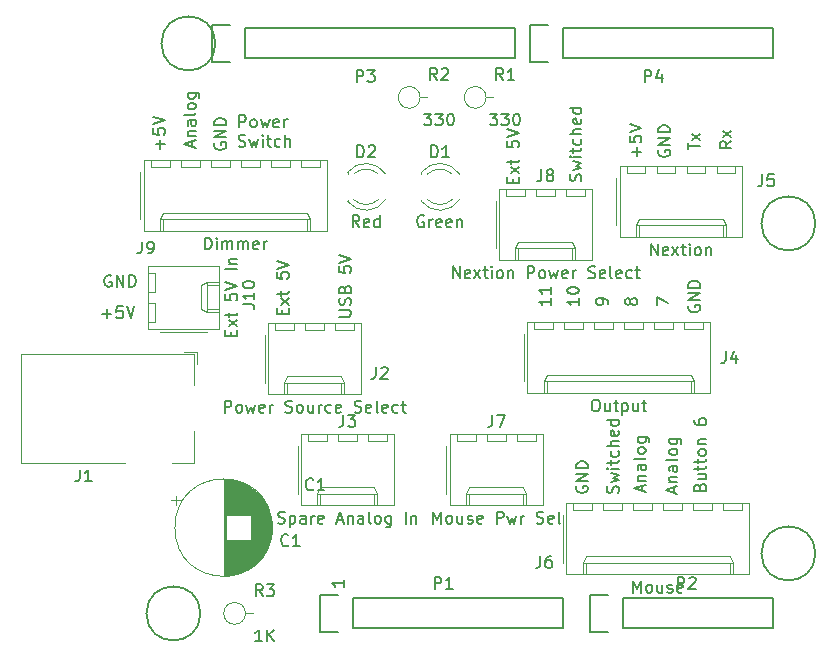
<source format=gbr>
G04 #@! TF.GenerationSoftware,KiCad,Pcbnew,(5.1.9-0-10_14)*
G04 #@! TF.CreationDate,2022-06-30T07:19:34+10:00*
G04 #@! TF.ProjectId,OH - Sim Control,4f48202d-2053-4696-9d20-436f6e74726f,rev?*
G04 #@! TF.SameCoordinates,Original*
G04 #@! TF.FileFunction,Legend,Top*
G04 #@! TF.FilePolarity,Positive*
%FSLAX46Y46*%
G04 Gerber Fmt 4.6, Leading zero omitted, Abs format (unit mm)*
G04 Created by KiCad (PCBNEW (5.1.9-0-10_14)) date 2022-06-30 07:19:34*
%MOMM*%
%LPD*%
G01*
G04 APERTURE LIST*
%ADD10C,0.150000*%
%ADD11C,0.120000*%
G04 APERTURE END LIST*
D10*
X130535995Y-82659980D02*
X130535995Y-81659980D01*
X130916947Y-81659980D01*
X131012185Y-81707600D01*
X131059804Y-81755219D01*
X131107423Y-81850457D01*
X131107423Y-81993314D01*
X131059804Y-82088552D01*
X131012185Y-82136171D01*
X130916947Y-82183790D01*
X130535995Y-82183790D01*
X131678852Y-82659980D02*
X131583614Y-82612361D01*
X131535995Y-82564742D01*
X131488376Y-82469504D01*
X131488376Y-82183790D01*
X131535995Y-82088552D01*
X131583614Y-82040933D01*
X131678852Y-81993314D01*
X131821709Y-81993314D01*
X131916947Y-82040933D01*
X131964566Y-82088552D01*
X132012185Y-82183790D01*
X132012185Y-82469504D01*
X131964566Y-82564742D01*
X131916947Y-82612361D01*
X131821709Y-82659980D01*
X131678852Y-82659980D01*
X132345519Y-81993314D02*
X132535995Y-82659980D01*
X132726471Y-82183790D01*
X132916947Y-82659980D01*
X133107423Y-81993314D01*
X133869328Y-82612361D02*
X133774090Y-82659980D01*
X133583614Y-82659980D01*
X133488376Y-82612361D01*
X133440757Y-82517123D01*
X133440757Y-82136171D01*
X133488376Y-82040933D01*
X133583614Y-81993314D01*
X133774090Y-81993314D01*
X133869328Y-82040933D01*
X133916947Y-82136171D01*
X133916947Y-82231409D01*
X133440757Y-82326647D01*
X134345519Y-82659980D02*
X134345519Y-81993314D01*
X134345519Y-82183790D02*
X134393138Y-82088552D01*
X134440757Y-82040933D01*
X134535995Y-81993314D01*
X134631233Y-81993314D01*
X130488376Y-84262361D02*
X130631233Y-84309980D01*
X130869328Y-84309980D01*
X130964566Y-84262361D01*
X131012185Y-84214742D01*
X131059804Y-84119504D01*
X131059804Y-84024266D01*
X131012185Y-83929028D01*
X130964566Y-83881409D01*
X130869328Y-83833790D01*
X130678852Y-83786171D01*
X130583614Y-83738552D01*
X130535995Y-83690933D01*
X130488376Y-83595695D01*
X130488376Y-83500457D01*
X130535995Y-83405219D01*
X130583614Y-83357600D01*
X130678852Y-83309980D01*
X130916947Y-83309980D01*
X131059804Y-83357600D01*
X131393138Y-83643314D02*
X131583614Y-84309980D01*
X131774090Y-83833790D01*
X131964566Y-84309980D01*
X132155042Y-83643314D01*
X132535995Y-84309980D02*
X132535995Y-83643314D01*
X132535995Y-83309980D02*
X132488376Y-83357600D01*
X132535995Y-83405219D01*
X132583614Y-83357600D01*
X132535995Y-83309980D01*
X132535995Y-83405219D01*
X132869328Y-83643314D02*
X133250280Y-83643314D01*
X133012185Y-83309980D02*
X133012185Y-84167123D01*
X133059804Y-84262361D01*
X133155042Y-84309980D01*
X133250280Y-84309980D01*
X134012185Y-84262361D02*
X133916947Y-84309980D01*
X133726471Y-84309980D01*
X133631233Y-84262361D01*
X133583614Y-84214742D01*
X133535995Y-84119504D01*
X133535995Y-83833790D01*
X133583614Y-83738552D01*
X133631233Y-83690933D01*
X133726471Y-83643314D01*
X133916947Y-83643314D01*
X134012185Y-83690933D01*
X134440757Y-84309980D02*
X134440757Y-83309980D01*
X134869328Y-84309980D02*
X134869328Y-83786171D01*
X134821709Y-83690933D01*
X134726471Y-83643314D01*
X134583614Y-83643314D01*
X134488376Y-83690933D01*
X134440757Y-83738552D01*
X126557066Y-84326123D02*
X126557066Y-83849933D01*
X126842780Y-84421361D02*
X125842780Y-84088028D01*
X126842780Y-83754695D01*
X126176114Y-83421361D02*
X126842780Y-83421361D01*
X126271352Y-83421361D02*
X126223733Y-83373742D01*
X126176114Y-83278504D01*
X126176114Y-83135647D01*
X126223733Y-83040409D01*
X126318971Y-82992790D01*
X126842780Y-82992790D01*
X126842780Y-82088028D02*
X126318971Y-82088028D01*
X126223733Y-82135647D01*
X126176114Y-82230885D01*
X126176114Y-82421361D01*
X126223733Y-82516600D01*
X126795161Y-82088028D02*
X126842780Y-82183266D01*
X126842780Y-82421361D01*
X126795161Y-82516600D01*
X126699923Y-82564219D01*
X126604685Y-82564219D01*
X126509447Y-82516600D01*
X126461828Y-82421361D01*
X126461828Y-82183266D01*
X126414209Y-82088028D01*
X126842780Y-81468980D02*
X126795161Y-81564219D01*
X126699923Y-81611838D01*
X125842780Y-81611838D01*
X126842780Y-80945171D02*
X126795161Y-81040409D01*
X126747542Y-81088028D01*
X126652304Y-81135647D01*
X126366590Y-81135647D01*
X126271352Y-81088028D01*
X126223733Y-81040409D01*
X126176114Y-80945171D01*
X126176114Y-80802314D01*
X126223733Y-80707076D01*
X126271352Y-80659457D01*
X126366590Y-80611838D01*
X126652304Y-80611838D01*
X126747542Y-80659457D01*
X126795161Y-80707076D01*
X126842780Y-80802314D01*
X126842780Y-80945171D01*
X126176114Y-79754695D02*
X126985638Y-79754695D01*
X127080876Y-79802314D01*
X127128495Y-79849933D01*
X127176114Y-79945171D01*
X127176114Y-80088028D01*
X127128495Y-80183266D01*
X126795161Y-79754695D02*
X126842780Y-79849933D01*
X126842780Y-80040409D01*
X126795161Y-80135647D01*
X126747542Y-80183266D01*
X126652304Y-80230885D01*
X126366590Y-80230885D01*
X126271352Y-80183266D01*
X126223733Y-80135647D01*
X126176114Y-80040409D01*
X126176114Y-79849933D01*
X126223733Y-79754695D01*
X169549771Y-113128085D02*
X169597390Y-112985228D01*
X169645009Y-112937609D01*
X169740247Y-112889990D01*
X169883104Y-112889990D01*
X169978342Y-112937609D01*
X170025961Y-112985228D01*
X170073580Y-113080466D01*
X170073580Y-113461419D01*
X169073580Y-113461419D01*
X169073580Y-113128085D01*
X169121200Y-113032847D01*
X169168819Y-112985228D01*
X169264057Y-112937609D01*
X169359295Y-112937609D01*
X169454533Y-112985228D01*
X169502152Y-113032847D01*
X169549771Y-113128085D01*
X169549771Y-113461419D01*
X169406914Y-112032847D02*
X170073580Y-112032847D01*
X169406914Y-112461419D02*
X169930723Y-112461419D01*
X170025961Y-112413800D01*
X170073580Y-112318561D01*
X170073580Y-112175704D01*
X170025961Y-112080466D01*
X169978342Y-112032847D01*
X169406914Y-111699514D02*
X169406914Y-111318561D01*
X169073580Y-111556657D02*
X169930723Y-111556657D01*
X170025961Y-111509038D01*
X170073580Y-111413800D01*
X170073580Y-111318561D01*
X169406914Y-111128085D02*
X169406914Y-110747133D01*
X169073580Y-110985228D02*
X169930723Y-110985228D01*
X170025961Y-110937609D01*
X170073580Y-110842371D01*
X170073580Y-110747133D01*
X170073580Y-110270942D02*
X170025961Y-110366180D01*
X169978342Y-110413800D01*
X169883104Y-110461419D01*
X169597390Y-110461419D01*
X169502152Y-110413800D01*
X169454533Y-110366180D01*
X169406914Y-110270942D01*
X169406914Y-110128085D01*
X169454533Y-110032847D01*
X169502152Y-109985228D01*
X169597390Y-109937609D01*
X169883104Y-109937609D01*
X169978342Y-109985228D01*
X170025961Y-110032847D01*
X170073580Y-110128085D01*
X170073580Y-110270942D01*
X169406914Y-109509038D02*
X170073580Y-109509038D01*
X169502152Y-109509038D02*
X169454533Y-109461419D01*
X169406914Y-109366180D01*
X169406914Y-109223323D01*
X169454533Y-109128085D01*
X169549771Y-109080466D01*
X170073580Y-109080466D01*
X169073580Y-107413800D02*
X169073580Y-107604276D01*
X169121200Y-107699514D01*
X169168819Y-107747133D01*
X169311676Y-107842371D01*
X169502152Y-107889990D01*
X169883104Y-107889990D01*
X169978342Y-107842371D01*
X170025961Y-107794752D01*
X170073580Y-107699514D01*
X170073580Y-107509038D01*
X170025961Y-107413800D01*
X169978342Y-107366180D01*
X169883104Y-107318561D01*
X169645009Y-107318561D01*
X169549771Y-107366180D01*
X169502152Y-107413800D01*
X169454533Y-107509038D01*
X169454533Y-107699514D01*
X169502152Y-107794752D01*
X169549771Y-107842371D01*
X169645009Y-107889990D01*
X167349466Y-113586923D02*
X167349466Y-113110733D01*
X167635180Y-113682161D02*
X166635180Y-113348828D01*
X167635180Y-113015495D01*
X166968514Y-112682161D02*
X167635180Y-112682161D01*
X167063752Y-112682161D02*
X167016133Y-112634542D01*
X166968514Y-112539304D01*
X166968514Y-112396447D01*
X167016133Y-112301209D01*
X167111371Y-112253590D01*
X167635180Y-112253590D01*
X167635180Y-111348828D02*
X167111371Y-111348828D01*
X167016133Y-111396447D01*
X166968514Y-111491685D01*
X166968514Y-111682161D01*
X167016133Y-111777400D01*
X167587561Y-111348828D02*
X167635180Y-111444066D01*
X167635180Y-111682161D01*
X167587561Y-111777400D01*
X167492323Y-111825019D01*
X167397085Y-111825019D01*
X167301847Y-111777400D01*
X167254228Y-111682161D01*
X167254228Y-111444066D01*
X167206609Y-111348828D01*
X167635180Y-110729780D02*
X167587561Y-110825019D01*
X167492323Y-110872638D01*
X166635180Y-110872638D01*
X167635180Y-110205971D02*
X167587561Y-110301209D01*
X167539942Y-110348828D01*
X167444704Y-110396447D01*
X167158990Y-110396447D01*
X167063752Y-110348828D01*
X167016133Y-110301209D01*
X166968514Y-110205971D01*
X166968514Y-110063114D01*
X167016133Y-109967876D01*
X167063752Y-109920257D01*
X167158990Y-109872638D01*
X167444704Y-109872638D01*
X167539942Y-109920257D01*
X167587561Y-109967876D01*
X167635180Y-110063114D01*
X167635180Y-110205971D01*
X166968514Y-109015495D02*
X167778038Y-109015495D01*
X167873276Y-109063114D01*
X167920895Y-109110733D01*
X167968514Y-109205971D01*
X167968514Y-109348828D01*
X167920895Y-109444066D01*
X167587561Y-109015495D02*
X167635180Y-109110733D01*
X167635180Y-109301209D01*
X167587561Y-109396447D01*
X167539942Y-109444066D01*
X167444704Y-109491685D01*
X167158990Y-109491685D01*
X167063752Y-109444066D01*
X167016133Y-109396447D01*
X166968514Y-109301209D01*
X166968514Y-109110733D01*
X167016133Y-109015495D01*
X164657066Y-113485323D02*
X164657066Y-113009133D01*
X164942780Y-113580561D02*
X163942780Y-113247228D01*
X164942780Y-112913895D01*
X164276114Y-112580561D02*
X164942780Y-112580561D01*
X164371352Y-112580561D02*
X164323733Y-112532942D01*
X164276114Y-112437704D01*
X164276114Y-112294847D01*
X164323733Y-112199609D01*
X164418971Y-112151990D01*
X164942780Y-112151990D01*
X164942780Y-111247228D02*
X164418971Y-111247228D01*
X164323733Y-111294847D01*
X164276114Y-111390085D01*
X164276114Y-111580561D01*
X164323733Y-111675800D01*
X164895161Y-111247228D02*
X164942780Y-111342466D01*
X164942780Y-111580561D01*
X164895161Y-111675800D01*
X164799923Y-111723419D01*
X164704685Y-111723419D01*
X164609447Y-111675800D01*
X164561828Y-111580561D01*
X164561828Y-111342466D01*
X164514209Y-111247228D01*
X164942780Y-110628180D02*
X164895161Y-110723419D01*
X164799923Y-110771038D01*
X163942780Y-110771038D01*
X164942780Y-110104371D02*
X164895161Y-110199609D01*
X164847542Y-110247228D01*
X164752304Y-110294847D01*
X164466590Y-110294847D01*
X164371352Y-110247228D01*
X164323733Y-110199609D01*
X164276114Y-110104371D01*
X164276114Y-109961514D01*
X164323733Y-109866276D01*
X164371352Y-109818657D01*
X164466590Y-109771038D01*
X164752304Y-109771038D01*
X164847542Y-109818657D01*
X164895161Y-109866276D01*
X164942780Y-109961514D01*
X164942780Y-110104371D01*
X164276114Y-108913895D02*
X165085638Y-108913895D01*
X165180876Y-108961514D01*
X165228495Y-109009133D01*
X165276114Y-109104371D01*
X165276114Y-109247228D01*
X165228495Y-109342466D01*
X164895161Y-108913895D02*
X164942780Y-109009133D01*
X164942780Y-109199609D01*
X164895161Y-109294847D01*
X164847542Y-109342466D01*
X164752304Y-109390085D01*
X164466590Y-109390085D01*
X164371352Y-109342466D01*
X164323733Y-109294847D01*
X164276114Y-109199609D01*
X164276114Y-109009133D01*
X164323733Y-108913895D01*
X162609161Y-113610638D02*
X162656780Y-113467780D01*
X162656780Y-113229685D01*
X162609161Y-113134447D01*
X162561542Y-113086828D01*
X162466304Y-113039209D01*
X162371066Y-113039209D01*
X162275828Y-113086828D01*
X162228209Y-113134447D01*
X162180590Y-113229685D01*
X162132971Y-113420161D01*
X162085352Y-113515400D01*
X162037733Y-113563019D01*
X161942495Y-113610638D01*
X161847257Y-113610638D01*
X161752019Y-113563019D01*
X161704400Y-113515400D01*
X161656780Y-113420161D01*
X161656780Y-113182066D01*
X161704400Y-113039209D01*
X161990114Y-112705876D02*
X162656780Y-112515400D01*
X162180590Y-112324923D01*
X162656780Y-112134447D01*
X161990114Y-111943971D01*
X162656780Y-111563019D02*
X161990114Y-111563019D01*
X161656780Y-111563019D02*
X161704400Y-111610638D01*
X161752019Y-111563019D01*
X161704400Y-111515400D01*
X161656780Y-111563019D01*
X161752019Y-111563019D01*
X161990114Y-111229685D02*
X161990114Y-110848733D01*
X161656780Y-111086828D02*
X162513923Y-111086828D01*
X162609161Y-111039209D01*
X162656780Y-110943971D01*
X162656780Y-110848733D01*
X162609161Y-110086828D02*
X162656780Y-110182066D01*
X162656780Y-110372542D01*
X162609161Y-110467780D01*
X162561542Y-110515400D01*
X162466304Y-110563019D01*
X162180590Y-110563019D01*
X162085352Y-110515400D01*
X162037733Y-110467780D01*
X161990114Y-110372542D01*
X161990114Y-110182066D01*
X162037733Y-110086828D01*
X162656780Y-109658257D02*
X161656780Y-109658257D01*
X162656780Y-109229685D02*
X162132971Y-109229685D01*
X162037733Y-109277304D01*
X161990114Y-109372542D01*
X161990114Y-109515400D01*
X162037733Y-109610638D01*
X162085352Y-109658257D01*
X162609161Y-108372542D02*
X162656780Y-108467780D01*
X162656780Y-108658257D01*
X162609161Y-108753495D01*
X162513923Y-108801114D01*
X162132971Y-108801114D01*
X162037733Y-108753495D01*
X161990114Y-108658257D01*
X161990114Y-108467780D01*
X162037733Y-108372542D01*
X162132971Y-108324923D01*
X162228209Y-108324923D01*
X162323447Y-108801114D01*
X162656780Y-107467780D02*
X161656780Y-107467780D01*
X162609161Y-107467780D02*
X162656780Y-107563019D01*
X162656780Y-107753495D01*
X162609161Y-107848733D01*
X162561542Y-107896352D01*
X162466304Y-107943971D01*
X162180590Y-107943971D01*
X162085352Y-107896352D01*
X162037733Y-107848733D01*
X161990114Y-107753495D01*
X161990114Y-107563019D01*
X162037733Y-107467780D01*
X159113600Y-113055304D02*
X159065980Y-113150542D01*
X159065980Y-113293400D01*
X159113600Y-113436257D01*
X159208838Y-113531495D01*
X159304076Y-113579114D01*
X159494552Y-113626733D01*
X159637409Y-113626733D01*
X159827885Y-113579114D01*
X159923123Y-113531495D01*
X160018361Y-113436257D01*
X160065980Y-113293400D01*
X160065980Y-113198161D01*
X160018361Y-113055304D01*
X159970742Y-113007685D01*
X159637409Y-113007685D01*
X159637409Y-113198161D01*
X160065980Y-112579114D02*
X159065980Y-112579114D01*
X160065980Y-112007685D01*
X159065980Y-112007685D01*
X160065980Y-111531495D02*
X159065980Y-111531495D01*
X159065980Y-111293400D01*
X159113600Y-111150542D01*
X159208838Y-111055304D01*
X159304076Y-111007685D01*
X159494552Y-110960066D01*
X159637409Y-110960066D01*
X159827885Y-111007685D01*
X159923123Y-111055304D01*
X160018361Y-111150542D01*
X160065980Y-111293400D01*
X160065980Y-111531495D01*
X165873180Y-97742333D02*
X165873180Y-97075666D01*
X166873180Y-97504238D01*
X153700171Y-87356676D02*
X153700171Y-87023342D01*
X154223980Y-86880485D02*
X154223980Y-87356676D01*
X153223980Y-87356676D01*
X153223980Y-86880485D01*
X154223980Y-86547152D02*
X153557314Y-86023342D01*
X153557314Y-86547152D02*
X154223980Y-86023342D01*
X153557314Y-85785247D02*
X153557314Y-85404295D01*
X153223980Y-85642390D02*
X154081123Y-85642390D01*
X154176361Y-85594771D01*
X154223980Y-85499533D01*
X154223980Y-85404295D01*
X153223980Y-83832866D02*
X153223980Y-84309057D01*
X153700171Y-84356676D01*
X153652552Y-84309057D01*
X153604933Y-84213819D01*
X153604933Y-83975723D01*
X153652552Y-83880485D01*
X153700171Y-83832866D01*
X153795409Y-83785247D01*
X154033504Y-83785247D01*
X154128742Y-83832866D01*
X154176361Y-83880485D01*
X154223980Y-83975723D01*
X154223980Y-84213819D01*
X154176361Y-84309057D01*
X154128742Y-84356676D01*
X153223980Y-83499533D02*
X154223980Y-83166200D01*
X153223980Y-82832866D01*
X159459561Y-87194638D02*
X159507180Y-87051780D01*
X159507180Y-86813685D01*
X159459561Y-86718447D01*
X159411942Y-86670828D01*
X159316704Y-86623209D01*
X159221466Y-86623209D01*
X159126228Y-86670828D01*
X159078609Y-86718447D01*
X159030990Y-86813685D01*
X158983371Y-87004161D01*
X158935752Y-87099400D01*
X158888133Y-87147019D01*
X158792895Y-87194638D01*
X158697657Y-87194638D01*
X158602419Y-87147019D01*
X158554800Y-87099400D01*
X158507180Y-87004161D01*
X158507180Y-86766066D01*
X158554800Y-86623209D01*
X158840514Y-86289876D02*
X159507180Y-86099400D01*
X159030990Y-85908923D01*
X159507180Y-85718447D01*
X158840514Y-85527971D01*
X159507180Y-85147019D02*
X158840514Y-85147019D01*
X158507180Y-85147019D02*
X158554800Y-85194638D01*
X158602419Y-85147019D01*
X158554800Y-85099400D01*
X158507180Y-85147019D01*
X158602419Y-85147019D01*
X158840514Y-84813685D02*
X158840514Y-84432733D01*
X158507180Y-84670828D02*
X159364323Y-84670828D01*
X159459561Y-84623209D01*
X159507180Y-84527971D01*
X159507180Y-84432733D01*
X159459561Y-83670828D02*
X159507180Y-83766066D01*
X159507180Y-83956542D01*
X159459561Y-84051780D01*
X159411942Y-84099400D01*
X159316704Y-84147019D01*
X159030990Y-84147019D01*
X158935752Y-84099400D01*
X158888133Y-84051780D01*
X158840514Y-83956542D01*
X158840514Y-83766066D01*
X158888133Y-83670828D01*
X159507180Y-83242257D02*
X158507180Y-83242257D01*
X159507180Y-82813685D02*
X158983371Y-82813685D01*
X158888133Y-82861304D01*
X158840514Y-82956542D01*
X158840514Y-83099400D01*
X158888133Y-83194638D01*
X158935752Y-83242257D01*
X159459561Y-81956542D02*
X159507180Y-82051780D01*
X159507180Y-82242257D01*
X159459561Y-82337495D01*
X159364323Y-82385114D01*
X158983371Y-82385114D01*
X158888133Y-82337495D01*
X158840514Y-82242257D01*
X158840514Y-82051780D01*
X158888133Y-81956542D01*
X158983371Y-81908923D01*
X159078609Y-81908923D01*
X159173847Y-82385114D01*
X159507180Y-81051780D02*
X158507180Y-81051780D01*
X159459561Y-81051780D02*
X159507180Y-81147019D01*
X159507180Y-81337495D01*
X159459561Y-81432733D01*
X159411942Y-81480352D01*
X159316704Y-81527971D01*
X159030990Y-81527971D01*
X158935752Y-81480352D01*
X158888133Y-81432733D01*
X158840514Y-81337495D01*
X158840514Y-81147019D01*
X158888133Y-81051780D01*
X138999980Y-98686619D02*
X139809504Y-98686619D01*
X139904742Y-98639000D01*
X139952361Y-98591380D01*
X139999980Y-98496142D01*
X139999980Y-98305666D01*
X139952361Y-98210428D01*
X139904742Y-98162809D01*
X139809504Y-98115190D01*
X138999980Y-98115190D01*
X139952361Y-97686619D02*
X139999980Y-97543761D01*
X139999980Y-97305666D01*
X139952361Y-97210428D01*
X139904742Y-97162809D01*
X139809504Y-97115190D01*
X139714266Y-97115190D01*
X139619028Y-97162809D01*
X139571409Y-97210428D01*
X139523790Y-97305666D01*
X139476171Y-97496142D01*
X139428552Y-97591380D01*
X139380933Y-97639000D01*
X139285695Y-97686619D01*
X139190457Y-97686619D01*
X139095219Y-97639000D01*
X139047600Y-97591380D01*
X138999980Y-97496142D01*
X138999980Y-97258047D01*
X139047600Y-97115190D01*
X139476171Y-96353285D02*
X139523790Y-96210428D01*
X139571409Y-96162809D01*
X139666647Y-96115190D01*
X139809504Y-96115190D01*
X139904742Y-96162809D01*
X139952361Y-96210428D01*
X139999980Y-96305666D01*
X139999980Y-96686619D01*
X138999980Y-96686619D01*
X138999980Y-96353285D01*
X139047600Y-96258047D01*
X139095219Y-96210428D01*
X139190457Y-96162809D01*
X139285695Y-96162809D01*
X139380933Y-96210428D01*
X139428552Y-96258047D01*
X139476171Y-96353285D01*
X139476171Y-96686619D01*
X138999980Y-94448523D02*
X138999980Y-94924714D01*
X139476171Y-94972333D01*
X139428552Y-94924714D01*
X139380933Y-94829476D01*
X139380933Y-94591380D01*
X139428552Y-94496142D01*
X139476171Y-94448523D01*
X139571409Y-94400904D01*
X139809504Y-94400904D01*
X139904742Y-94448523D01*
X139952361Y-94496142D01*
X139999980Y-94591380D01*
X139999980Y-94829476D01*
X139952361Y-94924714D01*
X139904742Y-94972333D01*
X138999980Y-94115190D02*
X139999980Y-93781857D01*
X138999980Y-93448523D01*
X134192971Y-98481876D02*
X134192971Y-98148542D01*
X134716780Y-98005685D02*
X134716780Y-98481876D01*
X133716780Y-98481876D01*
X133716780Y-98005685D01*
X134716780Y-97672352D02*
X134050114Y-97148542D01*
X134050114Y-97672352D02*
X134716780Y-97148542D01*
X134050114Y-96910447D02*
X134050114Y-96529495D01*
X133716780Y-96767590D02*
X134573923Y-96767590D01*
X134669161Y-96719971D01*
X134716780Y-96624733D01*
X134716780Y-96529495D01*
X133716780Y-94958066D02*
X133716780Y-95434257D01*
X134192971Y-95481876D01*
X134145352Y-95434257D01*
X134097733Y-95339019D01*
X134097733Y-95100923D01*
X134145352Y-95005685D01*
X134192971Y-94958066D01*
X134288209Y-94910447D01*
X134526304Y-94910447D01*
X134621542Y-94958066D01*
X134669161Y-95005685D01*
X134716780Y-95100923D01*
X134716780Y-95339019D01*
X134669161Y-95434257D01*
X134621542Y-95481876D01*
X133716780Y-94624733D02*
X134716780Y-94291400D01*
X133716780Y-93958066D01*
X118957885Y-98445628D02*
X119719790Y-98445628D01*
X119338838Y-98826580D02*
X119338838Y-98064676D01*
X120672171Y-97826580D02*
X120195980Y-97826580D01*
X120148361Y-98302771D01*
X120195980Y-98255152D01*
X120291219Y-98207533D01*
X120529314Y-98207533D01*
X120624552Y-98255152D01*
X120672171Y-98302771D01*
X120719790Y-98398009D01*
X120719790Y-98636104D01*
X120672171Y-98731342D01*
X120624552Y-98778961D01*
X120529314Y-98826580D01*
X120291219Y-98826580D01*
X120195980Y-98778961D01*
X120148361Y-98731342D01*
X121005504Y-97826580D02*
X121338838Y-98826580D01*
X121672171Y-97826580D01*
X119684895Y-95232600D02*
X119589657Y-95184980D01*
X119446800Y-95184980D01*
X119303942Y-95232600D01*
X119208704Y-95327838D01*
X119161085Y-95423076D01*
X119113466Y-95613552D01*
X119113466Y-95756409D01*
X119161085Y-95946885D01*
X119208704Y-96042123D01*
X119303942Y-96137361D01*
X119446800Y-96184980D01*
X119542038Y-96184980D01*
X119684895Y-96137361D01*
X119732514Y-96089742D01*
X119732514Y-95756409D01*
X119542038Y-95756409D01*
X120161085Y-96184980D02*
X120161085Y-95184980D01*
X120732514Y-96184980D01*
X120732514Y-95184980D01*
X121208704Y-96184980D02*
X121208704Y-95184980D01*
X121446800Y-95184980D01*
X121589657Y-95232600D01*
X121684895Y-95327838D01*
X121732514Y-95423076D01*
X121780133Y-95613552D01*
X121780133Y-95756409D01*
X121732514Y-95946885D01*
X121684895Y-96042123D01*
X121589657Y-96137361D01*
X121446800Y-96184980D01*
X121208704Y-96184980D01*
X128481200Y-83997704D02*
X128433580Y-84092942D01*
X128433580Y-84235800D01*
X128481200Y-84378657D01*
X128576438Y-84473895D01*
X128671676Y-84521514D01*
X128862152Y-84569133D01*
X129005009Y-84569133D01*
X129195485Y-84521514D01*
X129290723Y-84473895D01*
X129385961Y-84378657D01*
X129433580Y-84235800D01*
X129433580Y-84140561D01*
X129385961Y-83997704D01*
X129338342Y-83950085D01*
X129005009Y-83950085D01*
X129005009Y-84140561D01*
X129433580Y-83521514D02*
X128433580Y-83521514D01*
X129433580Y-82950085D01*
X128433580Y-82950085D01*
X129433580Y-82473895D02*
X128433580Y-82473895D01*
X128433580Y-82235800D01*
X128481200Y-82092942D01*
X128576438Y-81997704D01*
X128671676Y-81950085D01*
X128862152Y-81902466D01*
X129005009Y-81902466D01*
X129195485Y-81950085D01*
X129290723Y-81997704D01*
X129385961Y-82092942D01*
X129433580Y-82235800D01*
X129433580Y-82473895D01*
X123871028Y-84470714D02*
X123871028Y-83708809D01*
X124251980Y-84089761D02*
X123490076Y-84089761D01*
X123251980Y-82756428D02*
X123251980Y-83232619D01*
X123728171Y-83280238D01*
X123680552Y-83232619D01*
X123632933Y-83137380D01*
X123632933Y-82899285D01*
X123680552Y-82804047D01*
X123728171Y-82756428D01*
X123823409Y-82708809D01*
X124061504Y-82708809D01*
X124156742Y-82756428D01*
X124204361Y-82804047D01*
X124251980Y-82899285D01*
X124251980Y-83137380D01*
X124204361Y-83232619D01*
X124156742Y-83280238D01*
X123251980Y-82423095D02*
X124251980Y-82089761D01*
X123251980Y-81756428D01*
X172207180Y-83839038D02*
X171730990Y-84172371D01*
X172207180Y-84410466D02*
X171207180Y-84410466D01*
X171207180Y-84029514D01*
X171254800Y-83934276D01*
X171302419Y-83886657D01*
X171397657Y-83839038D01*
X171540514Y-83839038D01*
X171635752Y-83886657D01*
X171683371Y-83934276D01*
X171730990Y-84029514D01*
X171730990Y-84410466D01*
X172207180Y-83505704D02*
X171540514Y-82981895D01*
X171540514Y-83505704D02*
X172207180Y-82981895D01*
X168514780Y-84535876D02*
X168514780Y-83964447D01*
X169514780Y-84250161D02*
X168514780Y-84250161D01*
X169514780Y-83726352D02*
X168848114Y-83202542D01*
X168848114Y-83726352D02*
X169514780Y-83202542D01*
X164206228Y-85131114D02*
X164206228Y-84369209D01*
X164587180Y-84750161D02*
X163825276Y-84750161D01*
X163587180Y-83416828D02*
X163587180Y-83893019D01*
X164063371Y-83940638D01*
X164015752Y-83893019D01*
X163968133Y-83797780D01*
X163968133Y-83559685D01*
X164015752Y-83464447D01*
X164063371Y-83416828D01*
X164158609Y-83369209D01*
X164396704Y-83369209D01*
X164491942Y-83416828D01*
X164539561Y-83464447D01*
X164587180Y-83559685D01*
X164587180Y-83797780D01*
X164539561Y-83893019D01*
X164491942Y-83940638D01*
X163587180Y-83083495D02*
X164587180Y-82750161D01*
X163587180Y-82416828D01*
X166073200Y-84607304D02*
X166025580Y-84702542D01*
X166025580Y-84845400D01*
X166073200Y-84988257D01*
X166168438Y-85083495D01*
X166263676Y-85131114D01*
X166454152Y-85178733D01*
X166597009Y-85178733D01*
X166787485Y-85131114D01*
X166882723Y-85083495D01*
X166977961Y-84988257D01*
X167025580Y-84845400D01*
X167025580Y-84750161D01*
X166977961Y-84607304D01*
X166930342Y-84559685D01*
X166597009Y-84559685D01*
X166597009Y-84750161D01*
X167025580Y-84131114D02*
X166025580Y-84131114D01*
X167025580Y-83559685D01*
X166025580Y-83559685D01*
X167025580Y-83083495D02*
X166025580Y-83083495D01*
X166025580Y-82845400D01*
X166073200Y-82702542D01*
X166168438Y-82607304D01*
X166263676Y-82559685D01*
X166454152Y-82512066D01*
X166597009Y-82512066D01*
X166787485Y-82559685D01*
X166882723Y-82607304D01*
X166977961Y-82702542D01*
X167025580Y-82845400D01*
X167025580Y-83083495D01*
X163660152Y-97504238D02*
X163612533Y-97599476D01*
X163564914Y-97647095D01*
X163469676Y-97694714D01*
X163422057Y-97694714D01*
X163326819Y-97647095D01*
X163279200Y-97599476D01*
X163231580Y-97504238D01*
X163231580Y-97313761D01*
X163279200Y-97218523D01*
X163326819Y-97170904D01*
X163422057Y-97123285D01*
X163469676Y-97123285D01*
X163564914Y-97170904D01*
X163612533Y-97218523D01*
X163660152Y-97313761D01*
X163660152Y-97504238D01*
X163707771Y-97599476D01*
X163755390Y-97647095D01*
X163850628Y-97694714D01*
X164041104Y-97694714D01*
X164136342Y-97647095D01*
X164183961Y-97599476D01*
X164231580Y-97504238D01*
X164231580Y-97313761D01*
X164183961Y-97218523D01*
X164136342Y-97170904D01*
X164041104Y-97123285D01*
X163850628Y-97123285D01*
X163755390Y-97170904D01*
X163707771Y-97218523D01*
X163660152Y-97313761D01*
X161742380Y-97599476D02*
X161742380Y-97409000D01*
X161694761Y-97313761D01*
X161647142Y-97266142D01*
X161504285Y-97170904D01*
X161313809Y-97123285D01*
X160932857Y-97123285D01*
X160837619Y-97170904D01*
X160790000Y-97218523D01*
X160742380Y-97313761D01*
X160742380Y-97504238D01*
X160790000Y-97599476D01*
X160837619Y-97647095D01*
X160932857Y-97694714D01*
X161170952Y-97694714D01*
X161266190Y-97647095D01*
X161313809Y-97599476D01*
X161361428Y-97504238D01*
X161361428Y-97313761D01*
X161313809Y-97218523D01*
X161266190Y-97170904D01*
X161170952Y-97123285D01*
X159303980Y-97142276D02*
X159303980Y-97713704D01*
X159303980Y-97427990D02*
X158303980Y-97427990D01*
X158446838Y-97523228D01*
X158542076Y-97618466D01*
X158589695Y-97713704D01*
X158303980Y-96523228D02*
X158303980Y-96427990D01*
X158351600Y-96332752D01*
X158399219Y-96285133D01*
X158494457Y-96237514D01*
X158684933Y-96189895D01*
X158923028Y-96189895D01*
X159113504Y-96237514D01*
X159208742Y-96285133D01*
X159256361Y-96332752D01*
X159303980Y-96427990D01*
X159303980Y-96523228D01*
X159256361Y-96618466D01*
X159208742Y-96666085D01*
X159113504Y-96713704D01*
X158923028Y-96761323D01*
X158684933Y-96761323D01*
X158494457Y-96713704D01*
X158399219Y-96666085D01*
X158351600Y-96618466D01*
X158303980Y-96523228D01*
X156916380Y-97142276D02*
X156916380Y-97713704D01*
X156916380Y-97427990D02*
X155916380Y-97427990D01*
X156059238Y-97523228D01*
X156154476Y-97618466D01*
X156202095Y-97713704D01*
X156916380Y-96189895D02*
X156916380Y-96761323D01*
X156916380Y-96475609D02*
X155916380Y-96475609D01*
X156059238Y-96570847D01*
X156154476Y-96666085D01*
X156202095Y-96761323D01*
X168613200Y-97764504D02*
X168565580Y-97859742D01*
X168565580Y-98002600D01*
X168613200Y-98145457D01*
X168708438Y-98240695D01*
X168803676Y-98288314D01*
X168994152Y-98335933D01*
X169137009Y-98335933D01*
X169327485Y-98288314D01*
X169422723Y-98240695D01*
X169517961Y-98145457D01*
X169565580Y-98002600D01*
X169565580Y-97907361D01*
X169517961Y-97764504D01*
X169470342Y-97716885D01*
X169137009Y-97716885D01*
X169137009Y-97907361D01*
X169565580Y-97288314D02*
X168565580Y-97288314D01*
X169565580Y-96716885D01*
X168565580Y-96716885D01*
X169565580Y-96240695D02*
X168565580Y-96240695D01*
X168565580Y-96002600D01*
X168613200Y-95859742D01*
X168708438Y-95764504D01*
X168803676Y-95716885D01*
X168994152Y-95669266D01*
X169137009Y-95669266D01*
X169327485Y-95716885D01*
X169422723Y-95764504D01*
X169517961Y-95859742D01*
X169565580Y-96002600D01*
X169565580Y-96240695D01*
X139390380Y-120999285D02*
X139390380Y-121570714D01*
X139390380Y-121285000D02*
X138390380Y-121285000D01*
X138533238Y-121380238D01*
X138628476Y-121475476D01*
X138676095Y-121570714D01*
D11*
X152544000Y-87876600D02*
X152544000Y-93896600D01*
X152544000Y-93896600D02*
X160384000Y-93896600D01*
X160384000Y-93896600D02*
X160384000Y-87876600D01*
X160384000Y-87876600D02*
X152544000Y-87876600D01*
X152254000Y-88906600D02*
X152254000Y-92906600D01*
X153924000Y-93896600D02*
X153924000Y-92896600D01*
X153924000Y-92896600D02*
X159004000Y-92896600D01*
X159004000Y-92896600D02*
X159004000Y-93896600D01*
X153924000Y-92896600D02*
X154174000Y-92366600D01*
X154174000Y-92366600D02*
X158754000Y-92366600D01*
X158754000Y-92366600D02*
X159004000Y-92896600D01*
X154174000Y-93896600D02*
X154174000Y-92896600D01*
X158754000Y-93896600D02*
X158754000Y-92896600D01*
X153124000Y-87876600D02*
X153124000Y-88476600D01*
X153124000Y-88476600D02*
X154724000Y-88476600D01*
X154724000Y-88476600D02*
X154724000Y-87876600D01*
X155664000Y-87876600D02*
X155664000Y-88476600D01*
X155664000Y-88476600D02*
X157264000Y-88476600D01*
X157264000Y-88476600D02*
X157264000Y-87876600D01*
X158204000Y-87876600D02*
X158204000Y-88476600D01*
X158204000Y-88476600D02*
X159804000Y-88476600D01*
X159804000Y-88476600D02*
X159804000Y-87876600D01*
X122802000Y-99703400D02*
X128822000Y-99703400D01*
X128822000Y-99703400D02*
X128822000Y-94403400D01*
X128822000Y-94403400D02*
X122802000Y-94403400D01*
X122802000Y-94403400D02*
X122802000Y-99703400D01*
X123832000Y-99993400D02*
X127832000Y-99993400D01*
X128822000Y-98323400D02*
X127822000Y-98323400D01*
X127822000Y-98323400D02*
X127822000Y-95783400D01*
X127822000Y-95783400D02*
X128822000Y-95783400D01*
X127822000Y-98323400D02*
X127292000Y-98073400D01*
X127292000Y-98073400D02*
X127292000Y-96033400D01*
X127292000Y-96033400D02*
X127822000Y-95783400D01*
X128822000Y-98073400D02*
X127822000Y-98073400D01*
X128822000Y-96033400D02*
X127822000Y-96033400D01*
X122802000Y-99123400D02*
X123402000Y-99123400D01*
X123402000Y-99123400D02*
X123402000Y-97523400D01*
X123402000Y-97523400D02*
X122802000Y-97523400D01*
X122802000Y-96583400D02*
X123402000Y-96583400D01*
X123402000Y-96583400D02*
X123402000Y-94983400D01*
X123402000Y-94983400D02*
X122802000Y-94983400D01*
X132986000Y-99256000D02*
X132986000Y-105276000D01*
X132986000Y-105276000D02*
X140826000Y-105276000D01*
X140826000Y-105276000D02*
X140826000Y-99256000D01*
X140826000Y-99256000D02*
X132986000Y-99256000D01*
X132696000Y-100286000D02*
X132696000Y-104286000D01*
X134366000Y-105276000D02*
X134366000Y-104276000D01*
X134366000Y-104276000D02*
X139446000Y-104276000D01*
X139446000Y-104276000D02*
X139446000Y-105276000D01*
X134366000Y-104276000D02*
X134616000Y-103746000D01*
X134616000Y-103746000D02*
X139196000Y-103746000D01*
X139196000Y-103746000D02*
X139446000Y-104276000D01*
X134616000Y-105276000D02*
X134616000Y-104276000D01*
X139196000Y-105276000D02*
X139196000Y-104276000D01*
X133566000Y-99256000D02*
X133566000Y-99856000D01*
X133566000Y-99856000D02*
X135166000Y-99856000D01*
X135166000Y-99856000D02*
X135166000Y-99256000D01*
X136106000Y-99256000D02*
X136106000Y-99856000D01*
X136106000Y-99856000D02*
X137706000Y-99856000D01*
X137706000Y-99856000D02*
X137706000Y-99256000D01*
X138646000Y-99256000D02*
X138646000Y-99856000D01*
X138646000Y-99856000D02*
X140246000Y-99856000D01*
X140246000Y-99856000D02*
X140246000Y-99256000D01*
X131070000Y-123825000D02*
X131690000Y-123825000D01*
X131070000Y-123825000D02*
G75*
G03*
X131070000Y-123825000I-920000J0D01*
G01*
X145852000Y-80137000D02*
X146472000Y-80137000D01*
X145852000Y-80137000D02*
G75*
G03*
X145852000Y-80137000I-920000J0D01*
G01*
X151440000Y-80137000D02*
X152060000Y-80137000D01*
X151440000Y-80137000D02*
G75*
G03*
X151440000Y-80137000I-920000J0D01*
G01*
X122470000Y-85438200D02*
X122470000Y-91458200D01*
X122470000Y-91458200D02*
X137930000Y-91458200D01*
X137930000Y-91458200D02*
X137930000Y-85438200D01*
X137930000Y-85438200D02*
X122470000Y-85438200D01*
X122180000Y-86468200D02*
X122180000Y-90468200D01*
X123850000Y-91458200D02*
X123850000Y-90458200D01*
X123850000Y-90458200D02*
X136550000Y-90458200D01*
X136550000Y-90458200D02*
X136550000Y-91458200D01*
X123850000Y-90458200D02*
X124100000Y-89928200D01*
X124100000Y-89928200D02*
X136300000Y-89928200D01*
X136300000Y-89928200D02*
X136550000Y-90458200D01*
X124100000Y-91458200D02*
X124100000Y-90458200D01*
X136300000Y-91458200D02*
X136300000Y-90458200D01*
X123050000Y-85438200D02*
X123050000Y-86038200D01*
X123050000Y-86038200D02*
X124650000Y-86038200D01*
X124650000Y-86038200D02*
X124650000Y-85438200D01*
X125590000Y-85438200D02*
X125590000Y-86038200D01*
X125590000Y-86038200D02*
X127190000Y-86038200D01*
X127190000Y-86038200D02*
X127190000Y-85438200D01*
X128130000Y-85438200D02*
X128130000Y-86038200D01*
X128130000Y-86038200D02*
X129730000Y-86038200D01*
X129730000Y-86038200D02*
X129730000Y-85438200D01*
X130670000Y-85438200D02*
X130670000Y-86038200D01*
X130670000Y-86038200D02*
X132270000Y-86038200D01*
X132270000Y-86038200D02*
X132270000Y-85438200D01*
X133210000Y-85438200D02*
X133210000Y-86038200D01*
X133210000Y-86038200D02*
X134810000Y-86038200D01*
X134810000Y-86038200D02*
X134810000Y-85438200D01*
X135750000Y-85438200D02*
X135750000Y-86038200D01*
X135750000Y-86038200D02*
X137350000Y-86038200D01*
X137350000Y-86038200D02*
X137350000Y-85438200D01*
X148378000Y-108653000D02*
X148378000Y-114673000D01*
X148378000Y-114673000D02*
X156218000Y-114673000D01*
X156218000Y-114673000D02*
X156218000Y-108653000D01*
X156218000Y-108653000D02*
X148378000Y-108653000D01*
X148088000Y-109683000D02*
X148088000Y-113683000D01*
X149758000Y-114673000D02*
X149758000Y-113673000D01*
X149758000Y-113673000D02*
X154838000Y-113673000D01*
X154838000Y-113673000D02*
X154838000Y-114673000D01*
X149758000Y-113673000D02*
X150008000Y-113143000D01*
X150008000Y-113143000D02*
X154588000Y-113143000D01*
X154588000Y-113143000D02*
X154838000Y-113673000D01*
X150008000Y-114673000D02*
X150008000Y-113673000D01*
X154588000Y-114673000D02*
X154588000Y-113673000D01*
X148958000Y-108653000D02*
X148958000Y-109253000D01*
X148958000Y-109253000D02*
X150558000Y-109253000D01*
X150558000Y-109253000D02*
X150558000Y-108653000D01*
X151498000Y-108653000D02*
X151498000Y-109253000D01*
X151498000Y-109253000D02*
X153098000Y-109253000D01*
X153098000Y-109253000D02*
X153098000Y-108653000D01*
X154038000Y-108653000D02*
X154038000Y-109253000D01*
X154038000Y-109253000D02*
X155638000Y-109253000D01*
X155638000Y-109253000D02*
X155638000Y-108653000D01*
X158234000Y-114496000D02*
X158234000Y-120516000D01*
X158234000Y-120516000D02*
X173694000Y-120516000D01*
X173694000Y-120516000D02*
X173694000Y-114496000D01*
X173694000Y-114496000D02*
X158234000Y-114496000D01*
X157944000Y-115526000D02*
X157944000Y-119526000D01*
X159614000Y-120516000D02*
X159614000Y-119516000D01*
X159614000Y-119516000D02*
X172314000Y-119516000D01*
X172314000Y-119516000D02*
X172314000Y-120516000D01*
X159614000Y-119516000D02*
X159864000Y-118986000D01*
X159864000Y-118986000D02*
X172064000Y-118986000D01*
X172064000Y-118986000D02*
X172314000Y-119516000D01*
X159864000Y-120516000D02*
X159864000Y-119516000D01*
X172064000Y-120516000D02*
X172064000Y-119516000D01*
X158814000Y-114496000D02*
X158814000Y-115096000D01*
X158814000Y-115096000D02*
X160414000Y-115096000D01*
X160414000Y-115096000D02*
X160414000Y-114496000D01*
X161354000Y-114496000D02*
X161354000Y-115096000D01*
X161354000Y-115096000D02*
X162954000Y-115096000D01*
X162954000Y-115096000D02*
X162954000Y-114496000D01*
X163894000Y-114496000D02*
X163894000Y-115096000D01*
X163894000Y-115096000D02*
X165494000Y-115096000D01*
X165494000Y-115096000D02*
X165494000Y-114496000D01*
X166434000Y-114496000D02*
X166434000Y-115096000D01*
X166434000Y-115096000D02*
X168034000Y-115096000D01*
X168034000Y-115096000D02*
X168034000Y-114496000D01*
X168974000Y-114496000D02*
X168974000Y-115096000D01*
X168974000Y-115096000D02*
X170574000Y-115096000D01*
X170574000Y-115096000D02*
X170574000Y-114496000D01*
X171514000Y-114496000D02*
X171514000Y-115096000D01*
X171514000Y-115096000D02*
X173114000Y-115096000D01*
X173114000Y-115096000D02*
X173114000Y-114496000D01*
X162755000Y-85946200D02*
X162755000Y-91966200D01*
X162755000Y-91966200D02*
X173135000Y-91966200D01*
X173135000Y-91966200D02*
X173135000Y-85946200D01*
X173135000Y-85946200D02*
X162755000Y-85946200D01*
X162465000Y-86976200D02*
X162465000Y-90976200D01*
X164135000Y-91966200D02*
X164135000Y-90966200D01*
X164135000Y-90966200D02*
X171755000Y-90966200D01*
X171755000Y-90966200D02*
X171755000Y-91966200D01*
X164135000Y-90966200D02*
X164385000Y-90436200D01*
X164385000Y-90436200D02*
X171505000Y-90436200D01*
X171505000Y-90436200D02*
X171755000Y-90966200D01*
X164385000Y-91966200D02*
X164385000Y-90966200D01*
X171505000Y-91966200D02*
X171505000Y-90966200D01*
X163335000Y-85946200D02*
X163335000Y-86546200D01*
X163335000Y-86546200D02*
X164935000Y-86546200D01*
X164935000Y-86546200D02*
X164935000Y-85946200D01*
X165875000Y-85946200D02*
X165875000Y-86546200D01*
X165875000Y-86546200D02*
X167475000Y-86546200D01*
X167475000Y-86546200D02*
X167475000Y-85946200D01*
X168415000Y-85946200D02*
X168415000Y-86546200D01*
X168415000Y-86546200D02*
X170015000Y-86546200D01*
X170015000Y-86546200D02*
X170015000Y-85946200D01*
X170955000Y-85946200D02*
X170955000Y-86546200D01*
X170955000Y-86546200D02*
X172555000Y-86546200D01*
X172555000Y-86546200D02*
X172555000Y-85946200D01*
X154932000Y-99154000D02*
X154932000Y-105174000D01*
X154932000Y-105174000D02*
X170392000Y-105174000D01*
X170392000Y-105174000D02*
X170392000Y-99154000D01*
X170392000Y-99154000D02*
X154932000Y-99154000D01*
X154642000Y-100184000D02*
X154642000Y-104184000D01*
X156312000Y-105174000D02*
X156312000Y-104174000D01*
X156312000Y-104174000D02*
X169012000Y-104174000D01*
X169012000Y-104174000D02*
X169012000Y-105174000D01*
X156312000Y-104174000D02*
X156562000Y-103644000D01*
X156562000Y-103644000D02*
X168762000Y-103644000D01*
X168762000Y-103644000D02*
X169012000Y-104174000D01*
X156562000Y-105174000D02*
X156562000Y-104174000D01*
X168762000Y-105174000D02*
X168762000Y-104174000D01*
X155512000Y-99154000D02*
X155512000Y-99754000D01*
X155512000Y-99754000D02*
X157112000Y-99754000D01*
X157112000Y-99754000D02*
X157112000Y-99154000D01*
X158052000Y-99154000D02*
X158052000Y-99754000D01*
X158052000Y-99754000D02*
X159652000Y-99754000D01*
X159652000Y-99754000D02*
X159652000Y-99154000D01*
X160592000Y-99154000D02*
X160592000Y-99754000D01*
X160592000Y-99754000D02*
X162192000Y-99754000D01*
X162192000Y-99754000D02*
X162192000Y-99154000D01*
X163132000Y-99154000D02*
X163132000Y-99754000D01*
X163132000Y-99754000D02*
X164732000Y-99754000D01*
X164732000Y-99754000D02*
X164732000Y-99154000D01*
X165672000Y-99154000D02*
X165672000Y-99754000D01*
X165672000Y-99754000D02*
X167272000Y-99754000D01*
X167272000Y-99754000D02*
X167272000Y-99154000D01*
X168212000Y-99154000D02*
X168212000Y-99754000D01*
X168212000Y-99754000D02*
X169812000Y-99754000D01*
X169812000Y-99754000D02*
X169812000Y-99154000D01*
X135780000Y-108653000D02*
X135780000Y-114673000D01*
X135780000Y-114673000D02*
X143620000Y-114673000D01*
X143620000Y-114673000D02*
X143620000Y-108653000D01*
X143620000Y-108653000D02*
X135780000Y-108653000D01*
X135490000Y-109683000D02*
X135490000Y-113683000D01*
X137160000Y-114673000D02*
X137160000Y-113673000D01*
X137160000Y-113673000D02*
X142240000Y-113673000D01*
X142240000Y-113673000D02*
X142240000Y-114673000D01*
X137160000Y-113673000D02*
X137410000Y-113143000D01*
X137410000Y-113143000D02*
X141990000Y-113143000D01*
X141990000Y-113143000D02*
X142240000Y-113673000D01*
X137410000Y-114673000D02*
X137410000Y-113673000D01*
X141990000Y-114673000D02*
X141990000Y-113673000D01*
X136360000Y-108653000D02*
X136360000Y-109253000D01*
X136360000Y-109253000D02*
X137960000Y-109253000D01*
X137960000Y-109253000D02*
X137960000Y-108653000D01*
X138900000Y-108653000D02*
X138900000Y-109253000D01*
X138900000Y-109253000D02*
X140500000Y-109253000D01*
X140500000Y-109253000D02*
X140500000Y-108653000D01*
X141440000Y-108653000D02*
X141440000Y-109253000D01*
X141440000Y-109253000D02*
X143040000Y-109253000D01*
X143040000Y-109253000D02*
X143040000Y-108653000D01*
X126932000Y-102701000D02*
X126932000Y-101651000D01*
X125882000Y-101651000D02*
X126932000Y-101651000D01*
X120832000Y-111051000D02*
X112032000Y-111051000D01*
X112032000Y-111051000D02*
X112032000Y-101851000D01*
X126732000Y-108351000D02*
X126732000Y-111051000D01*
X126732000Y-111051000D02*
X124832000Y-111051000D01*
X112032000Y-101851000D02*
X126732000Y-101851000D01*
X126732000Y-101851000D02*
X126732000Y-104451000D01*
X139715000Y-86470200D02*
X139715000Y-86626200D01*
X139715000Y-88786200D02*
X139715000Y-88942200D01*
X142316130Y-88786037D02*
G75*
G02*
X140234039Y-88786200I-1041130J1079837D01*
G01*
X142316130Y-86626363D02*
G75*
G03*
X140234039Y-86626200I-1041130J-1079837D01*
G01*
X142947335Y-88784808D02*
G75*
G02*
X139715000Y-88941716I-1672335J1078608D01*
G01*
X142947335Y-86627592D02*
G75*
G03*
X139715000Y-86470684I-1672335J-1078608D01*
G01*
X145963000Y-86470200D02*
X145963000Y-86626200D01*
X145963000Y-88786200D02*
X145963000Y-88942200D01*
X148564130Y-88786037D02*
G75*
G02*
X146482039Y-88786200I-1041130J1079837D01*
G01*
X148564130Y-86626363D02*
G75*
G03*
X146482039Y-86626200I-1041130J-1079837D01*
G01*
X149195335Y-88784808D02*
G75*
G02*
X145963000Y-88941716I-1672335J1078608D01*
G01*
X149195335Y-86627592D02*
G75*
G03*
X145963000Y-86470684I-1672335J-1078608D01*
G01*
X125205302Y-113846000D02*
X125205302Y-114646000D01*
X124805302Y-114246000D02*
X125605302Y-114246000D01*
X133296000Y-116028000D02*
X133296000Y-117094000D01*
X133256000Y-115793000D02*
X133256000Y-117329000D01*
X133216000Y-115613000D02*
X133216000Y-117509000D01*
X133176000Y-115463000D02*
X133176000Y-117659000D01*
X133136000Y-115332000D02*
X133136000Y-117790000D01*
X133096000Y-115215000D02*
X133096000Y-117907000D01*
X133056000Y-115108000D02*
X133056000Y-118014000D01*
X133016000Y-115009000D02*
X133016000Y-118113000D01*
X132976000Y-114916000D02*
X132976000Y-118206000D01*
X132936000Y-114830000D02*
X132936000Y-118292000D01*
X132896000Y-114748000D02*
X132896000Y-118374000D01*
X132856000Y-114671000D02*
X132856000Y-118451000D01*
X132816000Y-114597000D02*
X132816000Y-118525000D01*
X132776000Y-114527000D02*
X132776000Y-118595000D01*
X132736000Y-114459000D02*
X132736000Y-118663000D01*
X132696000Y-114395000D02*
X132696000Y-118727000D01*
X132656000Y-114333000D02*
X132656000Y-118789000D01*
X132616000Y-114274000D02*
X132616000Y-118848000D01*
X132576000Y-114216000D02*
X132576000Y-118906000D01*
X132536000Y-114161000D02*
X132536000Y-118961000D01*
X132496000Y-114107000D02*
X132496000Y-119015000D01*
X132456000Y-114056000D02*
X132456000Y-119066000D01*
X132416000Y-114005000D02*
X132416000Y-119117000D01*
X132376000Y-113957000D02*
X132376000Y-119165000D01*
X132336000Y-113910000D02*
X132336000Y-119212000D01*
X132296000Y-113864000D02*
X132296000Y-119258000D01*
X132256000Y-113820000D02*
X132256000Y-119302000D01*
X132216000Y-113777000D02*
X132216000Y-119345000D01*
X132176000Y-113735000D02*
X132176000Y-119387000D01*
X132136000Y-113694000D02*
X132136000Y-119428000D01*
X132096000Y-113654000D02*
X132096000Y-119468000D01*
X132056000Y-113616000D02*
X132056000Y-119506000D01*
X132016000Y-113578000D02*
X132016000Y-119544000D01*
X131976000Y-113542000D02*
X131976000Y-119580000D01*
X131936000Y-113506000D02*
X131936000Y-119616000D01*
X131896000Y-113471000D02*
X131896000Y-119651000D01*
X131856000Y-113437000D02*
X131856000Y-119685000D01*
X131816000Y-113405000D02*
X131816000Y-119717000D01*
X131776000Y-113372000D02*
X131776000Y-119750000D01*
X131736000Y-113341000D02*
X131736000Y-119781000D01*
X131696000Y-113311000D02*
X131696000Y-119811000D01*
X131656000Y-113281000D02*
X131656000Y-119841000D01*
X131616000Y-113252000D02*
X131616000Y-119870000D01*
X131576000Y-113223000D02*
X131576000Y-119899000D01*
X131536000Y-113196000D02*
X131536000Y-119926000D01*
X131496000Y-117601000D02*
X131496000Y-119953000D01*
X131496000Y-113169000D02*
X131496000Y-115521000D01*
X131456000Y-117601000D02*
X131456000Y-119979000D01*
X131456000Y-113143000D02*
X131456000Y-115521000D01*
X131416000Y-117601000D02*
X131416000Y-120005000D01*
X131416000Y-113117000D02*
X131416000Y-115521000D01*
X131376000Y-117601000D02*
X131376000Y-120030000D01*
X131376000Y-113092000D02*
X131376000Y-115521000D01*
X131336000Y-117601000D02*
X131336000Y-120054000D01*
X131336000Y-113068000D02*
X131336000Y-115521000D01*
X131296000Y-117601000D02*
X131296000Y-120078000D01*
X131296000Y-113044000D02*
X131296000Y-115521000D01*
X131256000Y-117601000D02*
X131256000Y-120101000D01*
X131256000Y-113021000D02*
X131256000Y-115521000D01*
X131216000Y-117601000D02*
X131216000Y-120123000D01*
X131216000Y-112999000D02*
X131216000Y-115521000D01*
X131176000Y-117601000D02*
X131176000Y-120145000D01*
X131176000Y-112977000D02*
X131176000Y-115521000D01*
X131136000Y-117601000D02*
X131136000Y-120167000D01*
X131136000Y-112955000D02*
X131136000Y-115521000D01*
X131096000Y-117601000D02*
X131096000Y-120188000D01*
X131096000Y-112934000D02*
X131096000Y-115521000D01*
X131056000Y-117601000D02*
X131056000Y-120208000D01*
X131056000Y-112914000D02*
X131056000Y-115521000D01*
X131016000Y-117601000D02*
X131016000Y-120227000D01*
X131016000Y-112895000D02*
X131016000Y-115521000D01*
X130976000Y-117601000D02*
X130976000Y-120247000D01*
X130976000Y-112875000D02*
X130976000Y-115521000D01*
X130936000Y-117601000D02*
X130936000Y-120265000D01*
X130936000Y-112857000D02*
X130936000Y-115521000D01*
X130896000Y-117601000D02*
X130896000Y-120283000D01*
X130896000Y-112839000D02*
X130896000Y-115521000D01*
X130856000Y-117601000D02*
X130856000Y-120301000D01*
X130856000Y-112821000D02*
X130856000Y-115521000D01*
X130816000Y-117601000D02*
X130816000Y-120318000D01*
X130816000Y-112804000D02*
X130816000Y-115521000D01*
X130776000Y-117601000D02*
X130776000Y-120335000D01*
X130776000Y-112787000D02*
X130776000Y-115521000D01*
X130736000Y-117601000D02*
X130736000Y-120351000D01*
X130736000Y-112771000D02*
X130736000Y-115521000D01*
X130696000Y-117601000D02*
X130696000Y-120366000D01*
X130696000Y-112756000D02*
X130696000Y-115521000D01*
X130656000Y-117601000D02*
X130656000Y-120382000D01*
X130656000Y-112740000D02*
X130656000Y-115521000D01*
X130616000Y-117601000D02*
X130616000Y-120396000D01*
X130616000Y-112726000D02*
X130616000Y-115521000D01*
X130576000Y-117601000D02*
X130576000Y-120411000D01*
X130576000Y-112711000D02*
X130576000Y-115521000D01*
X130536000Y-117601000D02*
X130536000Y-120424000D01*
X130536000Y-112698000D02*
X130536000Y-115521000D01*
X130496000Y-117601000D02*
X130496000Y-120438000D01*
X130496000Y-112684000D02*
X130496000Y-115521000D01*
X130456000Y-117601000D02*
X130456000Y-120450000D01*
X130456000Y-112672000D02*
X130456000Y-115521000D01*
X130416000Y-117601000D02*
X130416000Y-120463000D01*
X130416000Y-112659000D02*
X130416000Y-115521000D01*
X130376000Y-117601000D02*
X130376000Y-120475000D01*
X130376000Y-112647000D02*
X130376000Y-115521000D01*
X130336000Y-117601000D02*
X130336000Y-120486000D01*
X130336000Y-112636000D02*
X130336000Y-115521000D01*
X130296000Y-117601000D02*
X130296000Y-120497000D01*
X130296000Y-112625000D02*
X130296000Y-115521000D01*
X130256000Y-117601000D02*
X130256000Y-120508000D01*
X130256000Y-112614000D02*
X130256000Y-115521000D01*
X130216000Y-117601000D02*
X130216000Y-120518000D01*
X130216000Y-112604000D02*
X130216000Y-115521000D01*
X130176000Y-117601000D02*
X130176000Y-120528000D01*
X130176000Y-112594000D02*
X130176000Y-115521000D01*
X130136000Y-117601000D02*
X130136000Y-120537000D01*
X130136000Y-112585000D02*
X130136000Y-115521000D01*
X130096000Y-117601000D02*
X130096000Y-120546000D01*
X130096000Y-112576000D02*
X130096000Y-115521000D01*
X130056000Y-117601000D02*
X130056000Y-120555000D01*
X130056000Y-112567000D02*
X130056000Y-115521000D01*
X130016000Y-117601000D02*
X130016000Y-120563000D01*
X130016000Y-112559000D02*
X130016000Y-115521000D01*
X129976000Y-117601000D02*
X129976000Y-120571000D01*
X129976000Y-112551000D02*
X129976000Y-115521000D01*
X129936000Y-117601000D02*
X129936000Y-120578000D01*
X129936000Y-112544000D02*
X129936000Y-115521000D01*
X129895000Y-117601000D02*
X129895000Y-120585000D01*
X129895000Y-112537000D02*
X129895000Y-115521000D01*
X129855000Y-117601000D02*
X129855000Y-120591000D01*
X129855000Y-112531000D02*
X129855000Y-115521000D01*
X129815000Y-117601000D02*
X129815000Y-120598000D01*
X129815000Y-112524000D02*
X129815000Y-115521000D01*
X129775000Y-117601000D02*
X129775000Y-120603000D01*
X129775000Y-112519000D02*
X129775000Y-115521000D01*
X129735000Y-117601000D02*
X129735000Y-120609000D01*
X129735000Y-112513000D02*
X129735000Y-115521000D01*
X129695000Y-117601000D02*
X129695000Y-120613000D01*
X129695000Y-112509000D02*
X129695000Y-115521000D01*
X129655000Y-117601000D02*
X129655000Y-120618000D01*
X129655000Y-112504000D02*
X129655000Y-115521000D01*
X129615000Y-117601000D02*
X129615000Y-120622000D01*
X129615000Y-112500000D02*
X129615000Y-115521000D01*
X129575000Y-117601000D02*
X129575000Y-120626000D01*
X129575000Y-112496000D02*
X129575000Y-115521000D01*
X129535000Y-117601000D02*
X129535000Y-120629000D01*
X129535000Y-112493000D02*
X129535000Y-115521000D01*
X129495000Y-117601000D02*
X129495000Y-120632000D01*
X129495000Y-112490000D02*
X129495000Y-115521000D01*
X129455000Y-117601000D02*
X129455000Y-120635000D01*
X129455000Y-112487000D02*
X129455000Y-115521000D01*
X129415000Y-112485000D02*
X129415000Y-120637000D01*
X129375000Y-112484000D02*
X129375000Y-120638000D01*
X129335000Y-112482000D02*
X129335000Y-120640000D01*
X129295000Y-112481000D02*
X129295000Y-120641000D01*
X129255000Y-112481000D02*
X129255000Y-120641000D01*
X129215000Y-112481000D02*
X129215000Y-120641000D01*
X133335000Y-116561000D02*
G75*
G03*
X133335000Y-116561000I-4120000J0D01*
G01*
D10*
X137388000Y-122275000D02*
X137388000Y-125375000D01*
X138938000Y-122275000D02*
X137388000Y-122275000D01*
X140208000Y-125095000D02*
X140208000Y-122555000D01*
X137388000Y-125375000D02*
X138938000Y-125375000D01*
X157988000Y-122555000D02*
X140208000Y-122555000D01*
X157988000Y-125095000D02*
X157988000Y-122555000D01*
X140208000Y-125095000D02*
X157988000Y-125095000D01*
X160248000Y-122275000D02*
X160248000Y-125375000D01*
X161798000Y-122275000D02*
X160248000Y-122275000D01*
X163068000Y-125095000D02*
X163068000Y-122555000D01*
X160248000Y-125375000D02*
X161798000Y-125375000D01*
X175768000Y-122555000D02*
X163068000Y-122555000D01*
X175768000Y-125095000D02*
X175768000Y-122555000D01*
X163068000Y-125095000D02*
X175768000Y-125095000D01*
X128244000Y-74015000D02*
X128244000Y-77115000D01*
X129794000Y-74015000D02*
X128244000Y-74015000D01*
X131064000Y-76835000D02*
X131064000Y-74295000D01*
X128244000Y-77115000D02*
X129794000Y-77115000D01*
X153924000Y-74295000D02*
X131064000Y-74295000D01*
X153924000Y-76835000D02*
X153924000Y-74295000D01*
X131064000Y-76835000D02*
X153924000Y-76835000D01*
X155168000Y-74015000D02*
X155168000Y-77115000D01*
X156718000Y-74015000D02*
X155168000Y-74015000D01*
X157988000Y-76835000D02*
X157988000Y-74295000D01*
X155168000Y-77115000D02*
X156718000Y-77115000D01*
X175768000Y-74295000D02*
X157988000Y-74295000D01*
X175768000Y-76835000D02*
X175768000Y-74295000D01*
X157988000Y-76835000D02*
X175768000Y-76835000D01*
X127254000Y-123825000D02*
G75*
G03*
X127254000Y-123825000I-2286000J0D01*
G01*
X179324000Y-118745000D02*
G75*
G03*
X179324000Y-118745000I-2286000J0D01*
G01*
X128524000Y-75565000D02*
G75*
G03*
X128524000Y-75565000I-2286000J0D01*
G01*
X179324000Y-90805000D02*
G75*
G03*
X179324000Y-90805000I-2286000J0D01*
G01*
X156130666Y-86238980D02*
X156130666Y-86953266D01*
X156083047Y-87096123D01*
X155987809Y-87191361D01*
X155844952Y-87238980D01*
X155749714Y-87238980D01*
X156749714Y-86667552D02*
X156654476Y-86619933D01*
X156606857Y-86572314D01*
X156559238Y-86477076D01*
X156559238Y-86429457D01*
X156606857Y-86334219D01*
X156654476Y-86286600D01*
X156749714Y-86238980D01*
X156940190Y-86238980D01*
X157035428Y-86286600D01*
X157083047Y-86334219D01*
X157130666Y-86429457D01*
X157130666Y-86477076D01*
X157083047Y-86572314D01*
X157035428Y-86619933D01*
X156940190Y-86667552D01*
X156749714Y-86667552D01*
X156654476Y-86715171D01*
X156606857Y-86762790D01*
X156559238Y-86858028D01*
X156559238Y-87048504D01*
X156606857Y-87143742D01*
X156654476Y-87191361D01*
X156749714Y-87238980D01*
X156940190Y-87238980D01*
X157035428Y-87191361D01*
X157083047Y-87143742D01*
X157130666Y-87048504D01*
X157130666Y-86858028D01*
X157083047Y-86762790D01*
X157035428Y-86715171D01*
X156940190Y-86667552D01*
X148630666Y-95438980D02*
X148630666Y-94438980D01*
X149202095Y-95438980D01*
X149202095Y-94438980D01*
X150059238Y-95391361D02*
X149964000Y-95438980D01*
X149773523Y-95438980D01*
X149678285Y-95391361D01*
X149630666Y-95296123D01*
X149630666Y-94915171D01*
X149678285Y-94819933D01*
X149773523Y-94772314D01*
X149964000Y-94772314D01*
X150059238Y-94819933D01*
X150106857Y-94915171D01*
X150106857Y-95010409D01*
X149630666Y-95105647D01*
X150440190Y-95438980D02*
X150964000Y-94772314D01*
X150440190Y-94772314D02*
X150964000Y-95438980D01*
X151202095Y-94772314D02*
X151583047Y-94772314D01*
X151344952Y-94438980D02*
X151344952Y-95296123D01*
X151392571Y-95391361D01*
X151487809Y-95438980D01*
X151583047Y-95438980D01*
X151916380Y-95438980D02*
X151916380Y-94772314D01*
X151916380Y-94438980D02*
X151868761Y-94486600D01*
X151916380Y-94534219D01*
X151964000Y-94486600D01*
X151916380Y-94438980D01*
X151916380Y-94534219D01*
X152535428Y-95438980D02*
X152440190Y-95391361D01*
X152392571Y-95343742D01*
X152344952Y-95248504D01*
X152344952Y-94962790D01*
X152392571Y-94867552D01*
X152440190Y-94819933D01*
X152535428Y-94772314D01*
X152678285Y-94772314D01*
X152773523Y-94819933D01*
X152821142Y-94867552D01*
X152868761Y-94962790D01*
X152868761Y-95248504D01*
X152821142Y-95343742D01*
X152773523Y-95391361D01*
X152678285Y-95438980D01*
X152535428Y-95438980D01*
X153297333Y-94772314D02*
X153297333Y-95438980D01*
X153297333Y-94867552D02*
X153344952Y-94819933D01*
X153440190Y-94772314D01*
X153583047Y-94772314D01*
X153678285Y-94819933D01*
X153725904Y-94915171D01*
X153725904Y-95438980D01*
X154964000Y-95438980D02*
X154964000Y-94438980D01*
X155344952Y-94438980D01*
X155440190Y-94486600D01*
X155487809Y-94534219D01*
X155535428Y-94629457D01*
X155535428Y-94772314D01*
X155487809Y-94867552D01*
X155440190Y-94915171D01*
X155344952Y-94962790D01*
X154964000Y-94962790D01*
X156106857Y-95438980D02*
X156011619Y-95391361D01*
X155964000Y-95343742D01*
X155916380Y-95248504D01*
X155916380Y-94962790D01*
X155964000Y-94867552D01*
X156011619Y-94819933D01*
X156106857Y-94772314D01*
X156249714Y-94772314D01*
X156344952Y-94819933D01*
X156392571Y-94867552D01*
X156440190Y-94962790D01*
X156440190Y-95248504D01*
X156392571Y-95343742D01*
X156344952Y-95391361D01*
X156249714Y-95438980D01*
X156106857Y-95438980D01*
X156773523Y-94772314D02*
X156964000Y-95438980D01*
X157154476Y-94962790D01*
X157344952Y-95438980D01*
X157535428Y-94772314D01*
X158297333Y-95391361D02*
X158202095Y-95438980D01*
X158011619Y-95438980D01*
X157916380Y-95391361D01*
X157868761Y-95296123D01*
X157868761Y-94915171D01*
X157916380Y-94819933D01*
X158011619Y-94772314D01*
X158202095Y-94772314D01*
X158297333Y-94819933D01*
X158344952Y-94915171D01*
X158344952Y-95010409D01*
X157868761Y-95105647D01*
X158773523Y-95438980D02*
X158773523Y-94772314D01*
X158773523Y-94962790D02*
X158821142Y-94867552D01*
X158868761Y-94819933D01*
X158964000Y-94772314D01*
X159059238Y-94772314D01*
X160106857Y-95391361D02*
X160249714Y-95438980D01*
X160487809Y-95438980D01*
X160583047Y-95391361D01*
X160630666Y-95343742D01*
X160678285Y-95248504D01*
X160678285Y-95153266D01*
X160630666Y-95058028D01*
X160583047Y-95010409D01*
X160487809Y-94962790D01*
X160297333Y-94915171D01*
X160202095Y-94867552D01*
X160154476Y-94819933D01*
X160106857Y-94724695D01*
X160106857Y-94629457D01*
X160154476Y-94534219D01*
X160202095Y-94486600D01*
X160297333Y-94438980D01*
X160535428Y-94438980D01*
X160678285Y-94486600D01*
X161487809Y-95391361D02*
X161392571Y-95438980D01*
X161202095Y-95438980D01*
X161106857Y-95391361D01*
X161059238Y-95296123D01*
X161059238Y-94915171D01*
X161106857Y-94819933D01*
X161202095Y-94772314D01*
X161392571Y-94772314D01*
X161487809Y-94819933D01*
X161535428Y-94915171D01*
X161535428Y-95010409D01*
X161059238Y-95105647D01*
X162106857Y-95438980D02*
X162011619Y-95391361D01*
X161964000Y-95296123D01*
X161964000Y-94438980D01*
X162868761Y-95391361D02*
X162773523Y-95438980D01*
X162583047Y-95438980D01*
X162487809Y-95391361D01*
X162440190Y-95296123D01*
X162440190Y-94915171D01*
X162487809Y-94819933D01*
X162583047Y-94772314D01*
X162773523Y-94772314D01*
X162868761Y-94819933D01*
X162916380Y-94915171D01*
X162916380Y-95010409D01*
X162440190Y-95105647D01*
X163773523Y-95391361D02*
X163678285Y-95438980D01*
X163487809Y-95438980D01*
X163392571Y-95391361D01*
X163344952Y-95343742D01*
X163297333Y-95248504D01*
X163297333Y-94962790D01*
X163344952Y-94867552D01*
X163392571Y-94819933D01*
X163487809Y-94772314D01*
X163678285Y-94772314D01*
X163773523Y-94819933D01*
X164059238Y-94772314D02*
X164440190Y-94772314D01*
X164202095Y-94438980D02*
X164202095Y-95296123D01*
X164249714Y-95391361D01*
X164344952Y-95438980D01*
X164440190Y-95438980D01*
X130821180Y-97659723D02*
X131535466Y-97659723D01*
X131678323Y-97707342D01*
X131773561Y-97802580D01*
X131821180Y-97945438D01*
X131821180Y-98040676D01*
X131821180Y-96659723D02*
X131821180Y-97231152D01*
X131821180Y-96945438D02*
X130821180Y-96945438D01*
X130964038Y-97040676D01*
X131059276Y-97135914D01*
X131106895Y-97231152D01*
X130821180Y-96040676D02*
X130821180Y-95945438D01*
X130868800Y-95850200D01*
X130916419Y-95802580D01*
X131011657Y-95754961D01*
X131202133Y-95707342D01*
X131440228Y-95707342D01*
X131630704Y-95754961D01*
X131725942Y-95802580D01*
X131773561Y-95850200D01*
X131821180Y-95945438D01*
X131821180Y-96040676D01*
X131773561Y-96135914D01*
X131725942Y-96183533D01*
X131630704Y-96231152D01*
X131440228Y-96278771D01*
X131202133Y-96278771D01*
X131011657Y-96231152D01*
X130916419Y-96183533D01*
X130868800Y-96135914D01*
X130821180Y-96040676D01*
X129840571Y-100315304D02*
X129840571Y-99981971D01*
X130364380Y-99839114D02*
X130364380Y-100315304D01*
X129364380Y-100315304D01*
X129364380Y-99839114D01*
X130364380Y-99505780D02*
X129697714Y-98981971D01*
X129697714Y-99505780D02*
X130364380Y-98981971D01*
X129697714Y-98743876D02*
X129697714Y-98362923D01*
X129364380Y-98601019D02*
X130221523Y-98601019D01*
X130316761Y-98553400D01*
X130364380Y-98458161D01*
X130364380Y-98362923D01*
X129364380Y-96791495D02*
X129364380Y-97267685D01*
X129840571Y-97315304D01*
X129792952Y-97267685D01*
X129745333Y-97172447D01*
X129745333Y-96934352D01*
X129792952Y-96839114D01*
X129840571Y-96791495D01*
X129935809Y-96743876D01*
X130173904Y-96743876D01*
X130269142Y-96791495D01*
X130316761Y-96839114D01*
X130364380Y-96934352D01*
X130364380Y-97172447D01*
X130316761Y-97267685D01*
X130269142Y-97315304D01*
X129364380Y-96458161D02*
X130364380Y-96124828D01*
X129364380Y-95791495D01*
X130364380Y-94696257D02*
X129364380Y-94696257D01*
X129697714Y-94220066D02*
X130364380Y-94220066D01*
X129792952Y-94220066D02*
X129745333Y-94172447D01*
X129697714Y-94077209D01*
X129697714Y-93934352D01*
X129745333Y-93839114D01*
X129840571Y-93791495D01*
X130364380Y-93791495D01*
X142109866Y-102957380D02*
X142109866Y-103671666D01*
X142062247Y-103814523D01*
X141967009Y-103909761D01*
X141824152Y-103957380D01*
X141728914Y-103957380D01*
X142538438Y-103052619D02*
X142586057Y-103005000D01*
X142681295Y-102957380D01*
X142919390Y-102957380D01*
X143014628Y-103005000D01*
X143062247Y-103052619D01*
X143109866Y-103147857D01*
X143109866Y-103243095D01*
X143062247Y-103385952D01*
X142490819Y-103957380D01*
X143109866Y-103957380D01*
X129310761Y-106818380D02*
X129310761Y-105818380D01*
X129691714Y-105818380D01*
X129786952Y-105866000D01*
X129834571Y-105913619D01*
X129882190Y-106008857D01*
X129882190Y-106151714D01*
X129834571Y-106246952D01*
X129786952Y-106294571D01*
X129691714Y-106342190D01*
X129310761Y-106342190D01*
X130453619Y-106818380D02*
X130358380Y-106770761D01*
X130310761Y-106723142D01*
X130263142Y-106627904D01*
X130263142Y-106342190D01*
X130310761Y-106246952D01*
X130358380Y-106199333D01*
X130453619Y-106151714D01*
X130596476Y-106151714D01*
X130691714Y-106199333D01*
X130739333Y-106246952D01*
X130786952Y-106342190D01*
X130786952Y-106627904D01*
X130739333Y-106723142D01*
X130691714Y-106770761D01*
X130596476Y-106818380D01*
X130453619Y-106818380D01*
X131120285Y-106151714D02*
X131310761Y-106818380D01*
X131501238Y-106342190D01*
X131691714Y-106818380D01*
X131882190Y-106151714D01*
X132644095Y-106770761D02*
X132548857Y-106818380D01*
X132358380Y-106818380D01*
X132263142Y-106770761D01*
X132215523Y-106675523D01*
X132215523Y-106294571D01*
X132263142Y-106199333D01*
X132358380Y-106151714D01*
X132548857Y-106151714D01*
X132644095Y-106199333D01*
X132691714Y-106294571D01*
X132691714Y-106389809D01*
X132215523Y-106485047D01*
X133120285Y-106818380D02*
X133120285Y-106151714D01*
X133120285Y-106342190D02*
X133167904Y-106246952D01*
X133215523Y-106199333D01*
X133310761Y-106151714D01*
X133406000Y-106151714D01*
X134453619Y-106770761D02*
X134596476Y-106818380D01*
X134834571Y-106818380D01*
X134929809Y-106770761D01*
X134977428Y-106723142D01*
X135025047Y-106627904D01*
X135025047Y-106532666D01*
X134977428Y-106437428D01*
X134929809Y-106389809D01*
X134834571Y-106342190D01*
X134644095Y-106294571D01*
X134548857Y-106246952D01*
X134501238Y-106199333D01*
X134453619Y-106104095D01*
X134453619Y-106008857D01*
X134501238Y-105913619D01*
X134548857Y-105866000D01*
X134644095Y-105818380D01*
X134882190Y-105818380D01*
X135025047Y-105866000D01*
X135596476Y-106818380D02*
X135501238Y-106770761D01*
X135453619Y-106723142D01*
X135406000Y-106627904D01*
X135406000Y-106342190D01*
X135453619Y-106246952D01*
X135501238Y-106199333D01*
X135596476Y-106151714D01*
X135739333Y-106151714D01*
X135834571Y-106199333D01*
X135882190Y-106246952D01*
X135929809Y-106342190D01*
X135929809Y-106627904D01*
X135882190Y-106723142D01*
X135834571Y-106770761D01*
X135739333Y-106818380D01*
X135596476Y-106818380D01*
X136786952Y-106151714D02*
X136786952Y-106818380D01*
X136358380Y-106151714D02*
X136358380Y-106675523D01*
X136406000Y-106770761D01*
X136501238Y-106818380D01*
X136644095Y-106818380D01*
X136739333Y-106770761D01*
X136786952Y-106723142D01*
X137263142Y-106818380D02*
X137263142Y-106151714D01*
X137263142Y-106342190D02*
X137310761Y-106246952D01*
X137358380Y-106199333D01*
X137453619Y-106151714D01*
X137548857Y-106151714D01*
X138310761Y-106770761D02*
X138215523Y-106818380D01*
X138025047Y-106818380D01*
X137929809Y-106770761D01*
X137882190Y-106723142D01*
X137834571Y-106627904D01*
X137834571Y-106342190D01*
X137882190Y-106246952D01*
X137929809Y-106199333D01*
X138025047Y-106151714D01*
X138215523Y-106151714D01*
X138310761Y-106199333D01*
X139120285Y-106770761D02*
X139025047Y-106818380D01*
X138834571Y-106818380D01*
X138739333Y-106770761D01*
X138691714Y-106675523D01*
X138691714Y-106294571D01*
X138739333Y-106199333D01*
X138834571Y-106151714D01*
X139025047Y-106151714D01*
X139120285Y-106199333D01*
X139167904Y-106294571D01*
X139167904Y-106389809D01*
X138691714Y-106485047D01*
X140310761Y-106770761D02*
X140453619Y-106818380D01*
X140691714Y-106818380D01*
X140786952Y-106770761D01*
X140834571Y-106723142D01*
X140882190Y-106627904D01*
X140882190Y-106532666D01*
X140834571Y-106437428D01*
X140786952Y-106389809D01*
X140691714Y-106342190D01*
X140501238Y-106294571D01*
X140406000Y-106246952D01*
X140358380Y-106199333D01*
X140310761Y-106104095D01*
X140310761Y-106008857D01*
X140358380Y-105913619D01*
X140406000Y-105866000D01*
X140501238Y-105818380D01*
X140739333Y-105818380D01*
X140882190Y-105866000D01*
X141691714Y-106770761D02*
X141596476Y-106818380D01*
X141406000Y-106818380D01*
X141310761Y-106770761D01*
X141263142Y-106675523D01*
X141263142Y-106294571D01*
X141310761Y-106199333D01*
X141406000Y-106151714D01*
X141596476Y-106151714D01*
X141691714Y-106199333D01*
X141739333Y-106294571D01*
X141739333Y-106389809D01*
X141263142Y-106485047D01*
X142310761Y-106818380D02*
X142215523Y-106770761D01*
X142167904Y-106675523D01*
X142167904Y-105818380D01*
X143072666Y-106770761D02*
X142977428Y-106818380D01*
X142786952Y-106818380D01*
X142691714Y-106770761D01*
X142644095Y-106675523D01*
X142644095Y-106294571D01*
X142691714Y-106199333D01*
X142786952Y-106151714D01*
X142977428Y-106151714D01*
X143072666Y-106199333D01*
X143120285Y-106294571D01*
X143120285Y-106389809D01*
X142644095Y-106485047D01*
X143977428Y-106770761D02*
X143882190Y-106818380D01*
X143691714Y-106818380D01*
X143596476Y-106770761D01*
X143548857Y-106723142D01*
X143501238Y-106627904D01*
X143501238Y-106342190D01*
X143548857Y-106246952D01*
X143596476Y-106199333D01*
X143691714Y-106151714D01*
X143882190Y-106151714D01*
X143977428Y-106199333D01*
X144263142Y-106151714D02*
X144644095Y-106151714D01*
X144406000Y-105818380D02*
X144406000Y-106675523D01*
X144453619Y-106770761D01*
X144548857Y-106818380D01*
X144644095Y-106818380D01*
X132523333Y-122357380D02*
X132190000Y-121881190D01*
X131951904Y-122357380D02*
X131951904Y-121357380D01*
X132332857Y-121357380D01*
X132428095Y-121405000D01*
X132475714Y-121452619D01*
X132523333Y-121547857D01*
X132523333Y-121690714D01*
X132475714Y-121785952D01*
X132428095Y-121833571D01*
X132332857Y-121881190D01*
X131951904Y-121881190D01*
X132856666Y-121357380D02*
X133475714Y-121357380D01*
X133142380Y-121738333D01*
X133285238Y-121738333D01*
X133380476Y-121785952D01*
X133428095Y-121833571D01*
X133475714Y-121928809D01*
X133475714Y-122166904D01*
X133428095Y-122262142D01*
X133380476Y-122309761D01*
X133285238Y-122357380D01*
X132999523Y-122357380D01*
X132904285Y-122309761D01*
X132856666Y-122262142D01*
X132475714Y-126197380D02*
X131904285Y-126197380D01*
X132190000Y-126197380D02*
X132190000Y-125197380D01*
X132094761Y-125340238D01*
X131999523Y-125435476D01*
X131904285Y-125483095D01*
X132904285Y-126197380D02*
X132904285Y-125197380D01*
X133475714Y-126197380D02*
X133047142Y-125625952D01*
X133475714Y-125197380D02*
X132904285Y-125768809D01*
X147305333Y-78669380D02*
X146972000Y-78193190D01*
X146733904Y-78669380D02*
X146733904Y-77669380D01*
X147114857Y-77669380D01*
X147210095Y-77717000D01*
X147257714Y-77764619D01*
X147305333Y-77859857D01*
X147305333Y-78002714D01*
X147257714Y-78097952D01*
X147210095Y-78145571D01*
X147114857Y-78193190D01*
X146733904Y-78193190D01*
X147686285Y-77764619D02*
X147733904Y-77717000D01*
X147829142Y-77669380D01*
X148067238Y-77669380D01*
X148162476Y-77717000D01*
X148210095Y-77764619D01*
X148257714Y-77859857D01*
X148257714Y-77955095D01*
X148210095Y-78097952D01*
X147638666Y-78669380D01*
X148257714Y-78669380D01*
X146186285Y-81509380D02*
X146805333Y-81509380D01*
X146472000Y-81890333D01*
X146614857Y-81890333D01*
X146710095Y-81937952D01*
X146757714Y-81985571D01*
X146805333Y-82080809D01*
X146805333Y-82318904D01*
X146757714Y-82414142D01*
X146710095Y-82461761D01*
X146614857Y-82509380D01*
X146329142Y-82509380D01*
X146233904Y-82461761D01*
X146186285Y-82414142D01*
X147138666Y-81509380D02*
X147757714Y-81509380D01*
X147424380Y-81890333D01*
X147567238Y-81890333D01*
X147662476Y-81937952D01*
X147710095Y-81985571D01*
X147757714Y-82080809D01*
X147757714Y-82318904D01*
X147710095Y-82414142D01*
X147662476Y-82461761D01*
X147567238Y-82509380D01*
X147281523Y-82509380D01*
X147186285Y-82461761D01*
X147138666Y-82414142D01*
X148376761Y-81509380D02*
X148472000Y-81509380D01*
X148567238Y-81557000D01*
X148614857Y-81604619D01*
X148662476Y-81699857D01*
X148710095Y-81890333D01*
X148710095Y-82128428D01*
X148662476Y-82318904D01*
X148614857Y-82414142D01*
X148567238Y-82461761D01*
X148472000Y-82509380D01*
X148376761Y-82509380D01*
X148281523Y-82461761D01*
X148233904Y-82414142D01*
X148186285Y-82318904D01*
X148138666Y-82128428D01*
X148138666Y-81890333D01*
X148186285Y-81699857D01*
X148233904Y-81604619D01*
X148281523Y-81557000D01*
X148376761Y-81509380D01*
X152893333Y-78669380D02*
X152560000Y-78193190D01*
X152321904Y-78669380D02*
X152321904Y-77669380D01*
X152702857Y-77669380D01*
X152798095Y-77717000D01*
X152845714Y-77764619D01*
X152893333Y-77859857D01*
X152893333Y-78002714D01*
X152845714Y-78097952D01*
X152798095Y-78145571D01*
X152702857Y-78193190D01*
X152321904Y-78193190D01*
X153845714Y-78669380D02*
X153274285Y-78669380D01*
X153560000Y-78669380D02*
X153560000Y-77669380D01*
X153464761Y-77812238D01*
X153369523Y-77907476D01*
X153274285Y-77955095D01*
X151774285Y-81509380D02*
X152393333Y-81509380D01*
X152060000Y-81890333D01*
X152202857Y-81890333D01*
X152298095Y-81937952D01*
X152345714Y-81985571D01*
X152393333Y-82080809D01*
X152393333Y-82318904D01*
X152345714Y-82414142D01*
X152298095Y-82461761D01*
X152202857Y-82509380D01*
X151917142Y-82509380D01*
X151821904Y-82461761D01*
X151774285Y-82414142D01*
X152726666Y-81509380D02*
X153345714Y-81509380D01*
X153012380Y-81890333D01*
X153155238Y-81890333D01*
X153250476Y-81937952D01*
X153298095Y-81985571D01*
X153345714Y-82080809D01*
X153345714Y-82318904D01*
X153298095Y-82414142D01*
X153250476Y-82461761D01*
X153155238Y-82509380D01*
X152869523Y-82509380D01*
X152774285Y-82461761D01*
X152726666Y-82414142D01*
X153964761Y-81509380D02*
X154060000Y-81509380D01*
X154155238Y-81557000D01*
X154202857Y-81604619D01*
X154250476Y-81699857D01*
X154298095Y-81890333D01*
X154298095Y-82128428D01*
X154250476Y-82318904D01*
X154202857Y-82414142D01*
X154155238Y-82461761D01*
X154060000Y-82509380D01*
X153964761Y-82509380D01*
X153869523Y-82461761D01*
X153821904Y-82414142D01*
X153774285Y-82318904D01*
X153726666Y-82128428D01*
X153726666Y-81890333D01*
X153774285Y-81699857D01*
X153821904Y-81604619D01*
X153869523Y-81557000D01*
X153964761Y-81509380D01*
X122297866Y-92340180D02*
X122297866Y-93054466D01*
X122250247Y-93197323D01*
X122155009Y-93292561D01*
X122012152Y-93340180D01*
X121916914Y-93340180D01*
X122821676Y-93340180D02*
X123012152Y-93340180D01*
X123107390Y-93292561D01*
X123155009Y-93244942D01*
X123250247Y-93102085D01*
X123297866Y-92911609D01*
X123297866Y-92530657D01*
X123250247Y-92435419D01*
X123202628Y-92387800D01*
X123107390Y-92340180D01*
X122916914Y-92340180D01*
X122821676Y-92387800D01*
X122774057Y-92435419D01*
X122726438Y-92530657D01*
X122726438Y-92768752D01*
X122774057Y-92863990D01*
X122821676Y-92911609D01*
X122916914Y-92959228D01*
X123107390Y-92959228D01*
X123202628Y-92911609D01*
X123250247Y-92863990D01*
X123297866Y-92768752D01*
X127628571Y-93000580D02*
X127628571Y-92000580D01*
X127866666Y-92000580D01*
X128009523Y-92048200D01*
X128104761Y-92143438D01*
X128152380Y-92238676D01*
X128200000Y-92429152D01*
X128200000Y-92572009D01*
X128152380Y-92762485D01*
X128104761Y-92857723D01*
X128009523Y-92952961D01*
X127866666Y-93000580D01*
X127628571Y-93000580D01*
X128628571Y-93000580D02*
X128628571Y-92333914D01*
X128628571Y-92000580D02*
X128580952Y-92048200D01*
X128628571Y-92095819D01*
X128676190Y-92048200D01*
X128628571Y-92000580D01*
X128628571Y-92095819D01*
X129104761Y-93000580D02*
X129104761Y-92333914D01*
X129104761Y-92429152D02*
X129152380Y-92381533D01*
X129247619Y-92333914D01*
X129390476Y-92333914D01*
X129485714Y-92381533D01*
X129533333Y-92476771D01*
X129533333Y-93000580D01*
X129533333Y-92476771D02*
X129580952Y-92381533D01*
X129676190Y-92333914D01*
X129819047Y-92333914D01*
X129914285Y-92381533D01*
X129961904Y-92476771D01*
X129961904Y-93000580D01*
X130438095Y-93000580D02*
X130438095Y-92333914D01*
X130438095Y-92429152D02*
X130485714Y-92381533D01*
X130580952Y-92333914D01*
X130723809Y-92333914D01*
X130819047Y-92381533D01*
X130866666Y-92476771D01*
X130866666Y-93000580D01*
X130866666Y-92476771D02*
X130914285Y-92381533D01*
X131009523Y-92333914D01*
X131152380Y-92333914D01*
X131247619Y-92381533D01*
X131295238Y-92476771D01*
X131295238Y-93000580D01*
X132152380Y-92952961D02*
X132057142Y-93000580D01*
X131866666Y-93000580D01*
X131771428Y-92952961D01*
X131723809Y-92857723D01*
X131723809Y-92476771D01*
X131771428Y-92381533D01*
X131866666Y-92333914D01*
X132057142Y-92333914D01*
X132152380Y-92381533D01*
X132200000Y-92476771D01*
X132200000Y-92572009D01*
X131723809Y-92667247D01*
X132628571Y-93000580D02*
X132628571Y-92333914D01*
X132628571Y-92524390D02*
X132676190Y-92429152D01*
X132723809Y-92381533D01*
X132819047Y-92333914D01*
X132914285Y-92333914D01*
X151964666Y-107015380D02*
X151964666Y-107729666D01*
X151917047Y-107872523D01*
X151821809Y-107967761D01*
X151678952Y-108015380D01*
X151583714Y-108015380D01*
X152345619Y-107015380D02*
X153012285Y-107015380D01*
X152583714Y-108015380D01*
X146964666Y-116215380D02*
X146964666Y-115215380D01*
X147298000Y-115929666D01*
X147631333Y-115215380D01*
X147631333Y-116215380D01*
X148250380Y-116215380D02*
X148155142Y-116167761D01*
X148107523Y-116120142D01*
X148059904Y-116024904D01*
X148059904Y-115739190D01*
X148107523Y-115643952D01*
X148155142Y-115596333D01*
X148250380Y-115548714D01*
X148393238Y-115548714D01*
X148488476Y-115596333D01*
X148536095Y-115643952D01*
X148583714Y-115739190D01*
X148583714Y-116024904D01*
X148536095Y-116120142D01*
X148488476Y-116167761D01*
X148393238Y-116215380D01*
X148250380Y-116215380D01*
X149440857Y-115548714D02*
X149440857Y-116215380D01*
X149012285Y-115548714D02*
X149012285Y-116072523D01*
X149059904Y-116167761D01*
X149155142Y-116215380D01*
X149298000Y-116215380D01*
X149393238Y-116167761D01*
X149440857Y-116120142D01*
X149869428Y-116167761D02*
X149964666Y-116215380D01*
X150155142Y-116215380D01*
X150250380Y-116167761D01*
X150298000Y-116072523D01*
X150298000Y-116024904D01*
X150250380Y-115929666D01*
X150155142Y-115882047D01*
X150012285Y-115882047D01*
X149917047Y-115834428D01*
X149869428Y-115739190D01*
X149869428Y-115691571D01*
X149917047Y-115596333D01*
X150012285Y-115548714D01*
X150155142Y-115548714D01*
X150250380Y-115596333D01*
X151107523Y-116167761D02*
X151012285Y-116215380D01*
X150821809Y-116215380D01*
X150726571Y-116167761D01*
X150678952Y-116072523D01*
X150678952Y-115691571D01*
X150726571Y-115596333D01*
X150821809Y-115548714D01*
X151012285Y-115548714D01*
X151107523Y-115596333D01*
X151155142Y-115691571D01*
X151155142Y-115786809D01*
X150678952Y-115882047D01*
X152345619Y-116215380D02*
X152345619Y-115215380D01*
X152726571Y-115215380D01*
X152821809Y-115263000D01*
X152869428Y-115310619D01*
X152917047Y-115405857D01*
X152917047Y-115548714D01*
X152869428Y-115643952D01*
X152821809Y-115691571D01*
X152726571Y-115739190D01*
X152345619Y-115739190D01*
X153250380Y-115548714D02*
X153440857Y-116215380D01*
X153631333Y-115739190D01*
X153821809Y-116215380D01*
X154012285Y-115548714D01*
X154393238Y-116215380D02*
X154393238Y-115548714D01*
X154393238Y-115739190D02*
X154440857Y-115643952D01*
X154488476Y-115596333D01*
X154583714Y-115548714D01*
X154678952Y-115548714D01*
X155726571Y-116167761D02*
X155869428Y-116215380D01*
X156107523Y-116215380D01*
X156202761Y-116167761D01*
X156250380Y-116120142D01*
X156298000Y-116024904D01*
X156298000Y-115929666D01*
X156250380Y-115834428D01*
X156202761Y-115786809D01*
X156107523Y-115739190D01*
X155917047Y-115691571D01*
X155821809Y-115643952D01*
X155774190Y-115596333D01*
X155726571Y-115501095D01*
X155726571Y-115405857D01*
X155774190Y-115310619D01*
X155821809Y-115263000D01*
X155917047Y-115215380D01*
X156155142Y-115215380D01*
X156298000Y-115263000D01*
X157107523Y-116167761D02*
X157012285Y-116215380D01*
X156821809Y-116215380D01*
X156726571Y-116167761D01*
X156678952Y-116072523D01*
X156678952Y-115691571D01*
X156726571Y-115596333D01*
X156821809Y-115548714D01*
X157012285Y-115548714D01*
X157107523Y-115596333D01*
X157155142Y-115691571D01*
X157155142Y-115786809D01*
X156678952Y-115882047D01*
X157726571Y-116215380D02*
X157631333Y-116167761D01*
X157583714Y-116072523D01*
X157583714Y-115215380D01*
X156029466Y-118959580D02*
X156029466Y-119673866D01*
X155981847Y-119816723D01*
X155886609Y-119911961D01*
X155743752Y-119959580D01*
X155648514Y-119959580D01*
X156934228Y-118959580D02*
X156743752Y-118959580D01*
X156648514Y-119007200D01*
X156600895Y-119054819D01*
X156505657Y-119197676D01*
X156458038Y-119388152D01*
X156458038Y-119769104D01*
X156505657Y-119864342D01*
X156553276Y-119911961D01*
X156648514Y-119959580D01*
X156838990Y-119959580D01*
X156934228Y-119911961D01*
X156981847Y-119864342D01*
X157029466Y-119769104D01*
X157029466Y-119531009D01*
X156981847Y-119435771D01*
X156934228Y-119388152D01*
X156838990Y-119340533D01*
X156648514Y-119340533D01*
X156553276Y-119388152D01*
X156505657Y-119435771D01*
X156458038Y-119531009D01*
X163892571Y-122058380D02*
X163892571Y-121058380D01*
X164225904Y-121772666D01*
X164559238Y-121058380D01*
X164559238Y-122058380D01*
X165178285Y-122058380D02*
X165083047Y-122010761D01*
X165035428Y-121963142D01*
X164987809Y-121867904D01*
X164987809Y-121582190D01*
X165035428Y-121486952D01*
X165083047Y-121439333D01*
X165178285Y-121391714D01*
X165321142Y-121391714D01*
X165416380Y-121439333D01*
X165464000Y-121486952D01*
X165511619Y-121582190D01*
X165511619Y-121867904D01*
X165464000Y-121963142D01*
X165416380Y-122010761D01*
X165321142Y-122058380D01*
X165178285Y-122058380D01*
X166368761Y-121391714D02*
X166368761Y-122058380D01*
X165940190Y-121391714D02*
X165940190Y-121915523D01*
X165987809Y-122010761D01*
X166083047Y-122058380D01*
X166225904Y-122058380D01*
X166321142Y-122010761D01*
X166368761Y-121963142D01*
X166797333Y-122010761D02*
X166892571Y-122058380D01*
X167083047Y-122058380D01*
X167178285Y-122010761D01*
X167225904Y-121915523D01*
X167225904Y-121867904D01*
X167178285Y-121772666D01*
X167083047Y-121725047D01*
X166940190Y-121725047D01*
X166844952Y-121677428D01*
X166797333Y-121582190D01*
X166797333Y-121534571D01*
X166844952Y-121439333D01*
X166940190Y-121391714D01*
X167083047Y-121391714D01*
X167178285Y-121439333D01*
X168035428Y-122010761D02*
X167940190Y-122058380D01*
X167749714Y-122058380D01*
X167654476Y-122010761D01*
X167606857Y-121915523D01*
X167606857Y-121534571D01*
X167654476Y-121439333D01*
X167749714Y-121391714D01*
X167940190Y-121391714D01*
X168035428Y-121439333D01*
X168083047Y-121534571D01*
X168083047Y-121629809D01*
X167606857Y-121725047D01*
X174825066Y-86650580D02*
X174825066Y-87364866D01*
X174777447Y-87507723D01*
X174682209Y-87602961D01*
X174539352Y-87650580D01*
X174444114Y-87650580D01*
X175777447Y-86650580D02*
X175301257Y-86650580D01*
X175253638Y-87126771D01*
X175301257Y-87079152D01*
X175396495Y-87031533D01*
X175634590Y-87031533D01*
X175729828Y-87079152D01*
X175777447Y-87126771D01*
X175825066Y-87222009D01*
X175825066Y-87460104D01*
X175777447Y-87555342D01*
X175729828Y-87602961D01*
X175634590Y-87650580D01*
X175396495Y-87650580D01*
X175301257Y-87602961D01*
X175253638Y-87555342D01*
X165397380Y-93508580D02*
X165397380Y-92508580D01*
X165968809Y-93508580D01*
X165968809Y-92508580D01*
X166825952Y-93460961D02*
X166730714Y-93508580D01*
X166540238Y-93508580D01*
X166445000Y-93460961D01*
X166397380Y-93365723D01*
X166397380Y-92984771D01*
X166445000Y-92889533D01*
X166540238Y-92841914D01*
X166730714Y-92841914D01*
X166825952Y-92889533D01*
X166873571Y-92984771D01*
X166873571Y-93080009D01*
X166397380Y-93175247D01*
X167206904Y-93508580D02*
X167730714Y-92841914D01*
X167206904Y-92841914D02*
X167730714Y-93508580D01*
X167968809Y-92841914D02*
X168349761Y-92841914D01*
X168111666Y-92508580D02*
X168111666Y-93365723D01*
X168159285Y-93460961D01*
X168254523Y-93508580D01*
X168349761Y-93508580D01*
X168683095Y-93508580D02*
X168683095Y-92841914D01*
X168683095Y-92508580D02*
X168635476Y-92556200D01*
X168683095Y-92603819D01*
X168730714Y-92556200D01*
X168683095Y-92508580D01*
X168683095Y-92603819D01*
X169302142Y-93508580D02*
X169206904Y-93460961D01*
X169159285Y-93413342D01*
X169111666Y-93318104D01*
X169111666Y-93032390D01*
X169159285Y-92937152D01*
X169206904Y-92889533D01*
X169302142Y-92841914D01*
X169445000Y-92841914D01*
X169540238Y-92889533D01*
X169587857Y-92937152D01*
X169635476Y-93032390D01*
X169635476Y-93318104D01*
X169587857Y-93413342D01*
X169540238Y-93460961D01*
X169445000Y-93508580D01*
X169302142Y-93508580D01*
X170064047Y-92841914D02*
X170064047Y-93508580D01*
X170064047Y-92937152D02*
X170111666Y-92889533D01*
X170206904Y-92841914D01*
X170349761Y-92841914D01*
X170445000Y-92889533D01*
X170492619Y-92984771D01*
X170492619Y-93508580D01*
X171726266Y-101636580D02*
X171726266Y-102350866D01*
X171678647Y-102493723D01*
X171583409Y-102588961D01*
X171440552Y-102636580D01*
X171345314Y-102636580D01*
X172631028Y-101969914D02*
X172631028Y-102636580D01*
X172392933Y-101588961D02*
X172154838Y-102303247D01*
X172773885Y-102303247D01*
X160638190Y-105716380D02*
X160828666Y-105716380D01*
X160923904Y-105764000D01*
X161019142Y-105859238D01*
X161066761Y-106049714D01*
X161066761Y-106383047D01*
X161019142Y-106573523D01*
X160923904Y-106668761D01*
X160828666Y-106716380D01*
X160638190Y-106716380D01*
X160542952Y-106668761D01*
X160447714Y-106573523D01*
X160400095Y-106383047D01*
X160400095Y-106049714D01*
X160447714Y-105859238D01*
X160542952Y-105764000D01*
X160638190Y-105716380D01*
X161923904Y-106049714D02*
X161923904Y-106716380D01*
X161495333Y-106049714D02*
X161495333Y-106573523D01*
X161542952Y-106668761D01*
X161638190Y-106716380D01*
X161781047Y-106716380D01*
X161876285Y-106668761D01*
X161923904Y-106621142D01*
X162257238Y-106049714D02*
X162638190Y-106049714D01*
X162400095Y-105716380D02*
X162400095Y-106573523D01*
X162447714Y-106668761D01*
X162542952Y-106716380D01*
X162638190Y-106716380D01*
X162971523Y-106049714D02*
X162971523Y-107049714D01*
X162971523Y-106097333D02*
X163066761Y-106049714D01*
X163257238Y-106049714D01*
X163352476Y-106097333D01*
X163400095Y-106144952D01*
X163447714Y-106240190D01*
X163447714Y-106525904D01*
X163400095Y-106621142D01*
X163352476Y-106668761D01*
X163257238Y-106716380D01*
X163066761Y-106716380D01*
X162971523Y-106668761D01*
X164304857Y-106049714D02*
X164304857Y-106716380D01*
X163876285Y-106049714D02*
X163876285Y-106573523D01*
X163923904Y-106668761D01*
X164019142Y-106716380D01*
X164162000Y-106716380D01*
X164257238Y-106668761D01*
X164304857Y-106621142D01*
X164638190Y-106049714D02*
X165019142Y-106049714D01*
X164781047Y-105716380D02*
X164781047Y-106573523D01*
X164828666Y-106668761D01*
X164923904Y-106716380D01*
X165019142Y-106716380D01*
X139366666Y-107015380D02*
X139366666Y-107729666D01*
X139319047Y-107872523D01*
X139223809Y-107967761D01*
X139080952Y-108015380D01*
X138985714Y-108015380D01*
X139747619Y-107015380D02*
X140366666Y-107015380D01*
X140033333Y-107396333D01*
X140176190Y-107396333D01*
X140271428Y-107443952D01*
X140319047Y-107491571D01*
X140366666Y-107586809D01*
X140366666Y-107824904D01*
X140319047Y-107920142D01*
X140271428Y-107967761D01*
X140176190Y-108015380D01*
X139890476Y-108015380D01*
X139795238Y-107967761D01*
X139747619Y-107920142D01*
X133819047Y-116167761D02*
X133961904Y-116215380D01*
X134200000Y-116215380D01*
X134295238Y-116167761D01*
X134342857Y-116120142D01*
X134390476Y-116024904D01*
X134390476Y-115929666D01*
X134342857Y-115834428D01*
X134295238Y-115786809D01*
X134200000Y-115739190D01*
X134009523Y-115691571D01*
X133914285Y-115643952D01*
X133866666Y-115596333D01*
X133819047Y-115501095D01*
X133819047Y-115405857D01*
X133866666Y-115310619D01*
X133914285Y-115263000D01*
X134009523Y-115215380D01*
X134247619Y-115215380D01*
X134390476Y-115263000D01*
X134819047Y-115548714D02*
X134819047Y-116548714D01*
X134819047Y-115596333D02*
X134914285Y-115548714D01*
X135104761Y-115548714D01*
X135200000Y-115596333D01*
X135247619Y-115643952D01*
X135295238Y-115739190D01*
X135295238Y-116024904D01*
X135247619Y-116120142D01*
X135200000Y-116167761D01*
X135104761Y-116215380D01*
X134914285Y-116215380D01*
X134819047Y-116167761D01*
X136152380Y-116215380D02*
X136152380Y-115691571D01*
X136104761Y-115596333D01*
X136009523Y-115548714D01*
X135819047Y-115548714D01*
X135723809Y-115596333D01*
X136152380Y-116167761D02*
X136057142Y-116215380D01*
X135819047Y-116215380D01*
X135723809Y-116167761D01*
X135676190Y-116072523D01*
X135676190Y-115977285D01*
X135723809Y-115882047D01*
X135819047Y-115834428D01*
X136057142Y-115834428D01*
X136152380Y-115786809D01*
X136628571Y-116215380D02*
X136628571Y-115548714D01*
X136628571Y-115739190D02*
X136676190Y-115643952D01*
X136723809Y-115596333D01*
X136819047Y-115548714D01*
X136914285Y-115548714D01*
X137628571Y-116167761D02*
X137533333Y-116215380D01*
X137342857Y-116215380D01*
X137247619Y-116167761D01*
X137200000Y-116072523D01*
X137200000Y-115691571D01*
X137247619Y-115596333D01*
X137342857Y-115548714D01*
X137533333Y-115548714D01*
X137628571Y-115596333D01*
X137676190Y-115691571D01*
X137676190Y-115786809D01*
X137200000Y-115882047D01*
X138819047Y-115929666D02*
X139295238Y-115929666D01*
X138723809Y-116215380D02*
X139057142Y-115215380D01*
X139390476Y-116215380D01*
X139723809Y-115548714D02*
X139723809Y-116215380D01*
X139723809Y-115643952D02*
X139771428Y-115596333D01*
X139866666Y-115548714D01*
X140009523Y-115548714D01*
X140104761Y-115596333D01*
X140152380Y-115691571D01*
X140152380Y-116215380D01*
X141057142Y-116215380D02*
X141057142Y-115691571D01*
X141009523Y-115596333D01*
X140914285Y-115548714D01*
X140723809Y-115548714D01*
X140628571Y-115596333D01*
X141057142Y-116167761D02*
X140961904Y-116215380D01*
X140723809Y-116215380D01*
X140628571Y-116167761D01*
X140580952Y-116072523D01*
X140580952Y-115977285D01*
X140628571Y-115882047D01*
X140723809Y-115834428D01*
X140961904Y-115834428D01*
X141057142Y-115786809D01*
X141676190Y-116215380D02*
X141580952Y-116167761D01*
X141533333Y-116072523D01*
X141533333Y-115215380D01*
X142200000Y-116215380D02*
X142104761Y-116167761D01*
X142057142Y-116120142D01*
X142009523Y-116024904D01*
X142009523Y-115739190D01*
X142057142Y-115643952D01*
X142104761Y-115596333D01*
X142200000Y-115548714D01*
X142342857Y-115548714D01*
X142438095Y-115596333D01*
X142485714Y-115643952D01*
X142533333Y-115739190D01*
X142533333Y-116024904D01*
X142485714Y-116120142D01*
X142438095Y-116167761D01*
X142342857Y-116215380D01*
X142200000Y-116215380D01*
X143390476Y-115548714D02*
X143390476Y-116358238D01*
X143342857Y-116453476D01*
X143295238Y-116501095D01*
X143200000Y-116548714D01*
X143057142Y-116548714D01*
X142961904Y-116501095D01*
X143390476Y-116167761D02*
X143295238Y-116215380D01*
X143104761Y-116215380D01*
X143009523Y-116167761D01*
X142961904Y-116120142D01*
X142914285Y-116024904D01*
X142914285Y-115739190D01*
X142961904Y-115643952D01*
X143009523Y-115596333D01*
X143104761Y-115548714D01*
X143295238Y-115548714D01*
X143390476Y-115596333D01*
X144628571Y-116215380D02*
X144628571Y-115215380D01*
X145104761Y-115548714D02*
X145104761Y-116215380D01*
X145104761Y-115643952D02*
X145152380Y-115596333D01*
X145247619Y-115548714D01*
X145390476Y-115548714D01*
X145485714Y-115596333D01*
X145533333Y-115691571D01*
X145533333Y-116215380D01*
X117048666Y-111653380D02*
X117048666Y-112367666D01*
X117001047Y-112510523D01*
X116905809Y-112605761D01*
X116762952Y-112653380D01*
X116667714Y-112653380D01*
X118048666Y-112653380D02*
X117477238Y-112653380D01*
X117762952Y-112653380D02*
X117762952Y-111653380D01*
X117667714Y-111796238D01*
X117572476Y-111891476D01*
X117477238Y-111939095D01*
X140536904Y-85198580D02*
X140536904Y-84198580D01*
X140775000Y-84198580D01*
X140917857Y-84246200D01*
X141013095Y-84341438D01*
X141060714Y-84436676D01*
X141108333Y-84627152D01*
X141108333Y-84770009D01*
X141060714Y-84960485D01*
X141013095Y-85055723D01*
X140917857Y-85150961D01*
X140775000Y-85198580D01*
X140536904Y-85198580D01*
X141489285Y-84293819D02*
X141536904Y-84246200D01*
X141632142Y-84198580D01*
X141870238Y-84198580D01*
X141965476Y-84246200D01*
X142013095Y-84293819D01*
X142060714Y-84389057D01*
X142060714Y-84484295D01*
X142013095Y-84627152D01*
X141441666Y-85198580D01*
X142060714Y-85198580D01*
X140703571Y-91118580D02*
X140370238Y-90642390D01*
X140132142Y-91118580D02*
X140132142Y-90118580D01*
X140513095Y-90118580D01*
X140608333Y-90166200D01*
X140655952Y-90213819D01*
X140703571Y-90309057D01*
X140703571Y-90451914D01*
X140655952Y-90547152D01*
X140608333Y-90594771D01*
X140513095Y-90642390D01*
X140132142Y-90642390D01*
X141513095Y-91070961D02*
X141417857Y-91118580D01*
X141227380Y-91118580D01*
X141132142Y-91070961D01*
X141084523Y-90975723D01*
X141084523Y-90594771D01*
X141132142Y-90499533D01*
X141227380Y-90451914D01*
X141417857Y-90451914D01*
X141513095Y-90499533D01*
X141560714Y-90594771D01*
X141560714Y-90690009D01*
X141084523Y-90785247D01*
X142417857Y-91118580D02*
X142417857Y-90118580D01*
X142417857Y-91070961D02*
X142322619Y-91118580D01*
X142132142Y-91118580D01*
X142036904Y-91070961D01*
X141989285Y-91023342D01*
X141941666Y-90928104D01*
X141941666Y-90642390D01*
X141989285Y-90547152D01*
X142036904Y-90499533D01*
X142132142Y-90451914D01*
X142322619Y-90451914D01*
X142417857Y-90499533D01*
X146784904Y-85198580D02*
X146784904Y-84198580D01*
X147023000Y-84198580D01*
X147165857Y-84246200D01*
X147261095Y-84341438D01*
X147308714Y-84436676D01*
X147356333Y-84627152D01*
X147356333Y-84770009D01*
X147308714Y-84960485D01*
X147261095Y-85055723D01*
X147165857Y-85150961D01*
X147023000Y-85198580D01*
X146784904Y-85198580D01*
X148308714Y-85198580D02*
X147737285Y-85198580D01*
X148023000Y-85198580D02*
X148023000Y-84198580D01*
X147927761Y-84341438D01*
X147832523Y-84436676D01*
X147737285Y-84484295D01*
X146165857Y-90166200D02*
X146070619Y-90118580D01*
X145927761Y-90118580D01*
X145784904Y-90166200D01*
X145689666Y-90261438D01*
X145642047Y-90356676D01*
X145594428Y-90547152D01*
X145594428Y-90690009D01*
X145642047Y-90880485D01*
X145689666Y-90975723D01*
X145784904Y-91070961D01*
X145927761Y-91118580D01*
X146023000Y-91118580D01*
X146165857Y-91070961D01*
X146213476Y-91023342D01*
X146213476Y-90690009D01*
X146023000Y-90690009D01*
X146642047Y-91118580D02*
X146642047Y-90451914D01*
X146642047Y-90642390D02*
X146689666Y-90547152D01*
X146737285Y-90499533D01*
X146832523Y-90451914D01*
X146927761Y-90451914D01*
X147642047Y-91070961D02*
X147546809Y-91118580D01*
X147356333Y-91118580D01*
X147261095Y-91070961D01*
X147213476Y-90975723D01*
X147213476Y-90594771D01*
X147261095Y-90499533D01*
X147356333Y-90451914D01*
X147546809Y-90451914D01*
X147642047Y-90499533D01*
X147689666Y-90594771D01*
X147689666Y-90690009D01*
X147213476Y-90785247D01*
X148499190Y-91070961D02*
X148403952Y-91118580D01*
X148213476Y-91118580D01*
X148118238Y-91070961D01*
X148070619Y-90975723D01*
X148070619Y-90594771D01*
X148118238Y-90499533D01*
X148213476Y-90451914D01*
X148403952Y-90451914D01*
X148499190Y-90499533D01*
X148546809Y-90594771D01*
X148546809Y-90690009D01*
X148070619Y-90785247D01*
X148975380Y-90451914D02*
X148975380Y-91118580D01*
X148975380Y-90547152D02*
X149023000Y-90499533D01*
X149118238Y-90451914D01*
X149261095Y-90451914D01*
X149356333Y-90499533D01*
X149403952Y-90594771D01*
X149403952Y-91118580D01*
X136798333Y-113298142D02*
X136750714Y-113345761D01*
X136607857Y-113393380D01*
X136512619Y-113393380D01*
X136369761Y-113345761D01*
X136274523Y-113250523D01*
X136226904Y-113155285D01*
X136179285Y-112964809D01*
X136179285Y-112821952D01*
X136226904Y-112631476D01*
X136274523Y-112536238D01*
X136369761Y-112441000D01*
X136512619Y-112393380D01*
X136607857Y-112393380D01*
X136750714Y-112441000D01*
X136798333Y-112488619D01*
X137750714Y-113393380D02*
X137179285Y-113393380D01*
X137465000Y-113393380D02*
X137465000Y-112393380D01*
X137369761Y-112536238D01*
X137274523Y-112631476D01*
X137179285Y-112679095D01*
X134707333Y-118035342D02*
X134659714Y-118082961D01*
X134516857Y-118130580D01*
X134421619Y-118130580D01*
X134278761Y-118082961D01*
X134183523Y-117987723D01*
X134135904Y-117892485D01*
X134088285Y-117702009D01*
X134088285Y-117559152D01*
X134135904Y-117368676D01*
X134183523Y-117273438D01*
X134278761Y-117178200D01*
X134421619Y-117130580D01*
X134516857Y-117130580D01*
X134659714Y-117178200D01*
X134707333Y-117225819D01*
X135659714Y-118130580D02*
X135088285Y-118130580D01*
X135374000Y-118130580D02*
X135374000Y-117130580D01*
X135278761Y-117273438D01*
X135183523Y-117368676D01*
X135088285Y-117416295D01*
X147089904Y-121737380D02*
X147089904Y-120737380D01*
X147470857Y-120737380D01*
X147566095Y-120785000D01*
X147613714Y-120832619D01*
X147661333Y-120927857D01*
X147661333Y-121070714D01*
X147613714Y-121165952D01*
X147566095Y-121213571D01*
X147470857Y-121261190D01*
X147089904Y-121261190D01*
X148613714Y-121737380D02*
X148042285Y-121737380D01*
X148328000Y-121737380D02*
X148328000Y-120737380D01*
X148232761Y-120880238D01*
X148137523Y-120975476D01*
X148042285Y-121023095D01*
X167663904Y-121737380D02*
X167663904Y-120737380D01*
X168044857Y-120737380D01*
X168140095Y-120785000D01*
X168187714Y-120832619D01*
X168235333Y-120927857D01*
X168235333Y-121070714D01*
X168187714Y-121165952D01*
X168140095Y-121213571D01*
X168044857Y-121261190D01*
X167663904Y-121261190D01*
X168616285Y-120832619D02*
X168663904Y-120785000D01*
X168759142Y-120737380D01*
X168997238Y-120737380D01*
X169092476Y-120785000D01*
X169140095Y-120832619D01*
X169187714Y-120927857D01*
X169187714Y-121023095D01*
X169140095Y-121165952D01*
X168568666Y-121737380D01*
X169187714Y-121737380D01*
X140485904Y-78811380D02*
X140485904Y-77811380D01*
X140866857Y-77811380D01*
X140962095Y-77859000D01*
X141009714Y-77906619D01*
X141057333Y-78001857D01*
X141057333Y-78144714D01*
X141009714Y-78239952D01*
X140962095Y-78287571D01*
X140866857Y-78335190D01*
X140485904Y-78335190D01*
X141390666Y-77811380D02*
X142009714Y-77811380D01*
X141676380Y-78192333D01*
X141819238Y-78192333D01*
X141914476Y-78239952D01*
X141962095Y-78287571D01*
X142009714Y-78382809D01*
X142009714Y-78620904D01*
X141962095Y-78716142D01*
X141914476Y-78763761D01*
X141819238Y-78811380D01*
X141533523Y-78811380D01*
X141438285Y-78763761D01*
X141390666Y-78716142D01*
X164869904Y-78811380D02*
X164869904Y-77811380D01*
X165250857Y-77811380D01*
X165346095Y-77859000D01*
X165393714Y-77906619D01*
X165441333Y-78001857D01*
X165441333Y-78144714D01*
X165393714Y-78239952D01*
X165346095Y-78287571D01*
X165250857Y-78335190D01*
X164869904Y-78335190D01*
X166298476Y-78144714D02*
X166298476Y-78811380D01*
X166060380Y-77763761D02*
X165822285Y-78478047D01*
X166441333Y-78478047D01*
M02*

</source>
